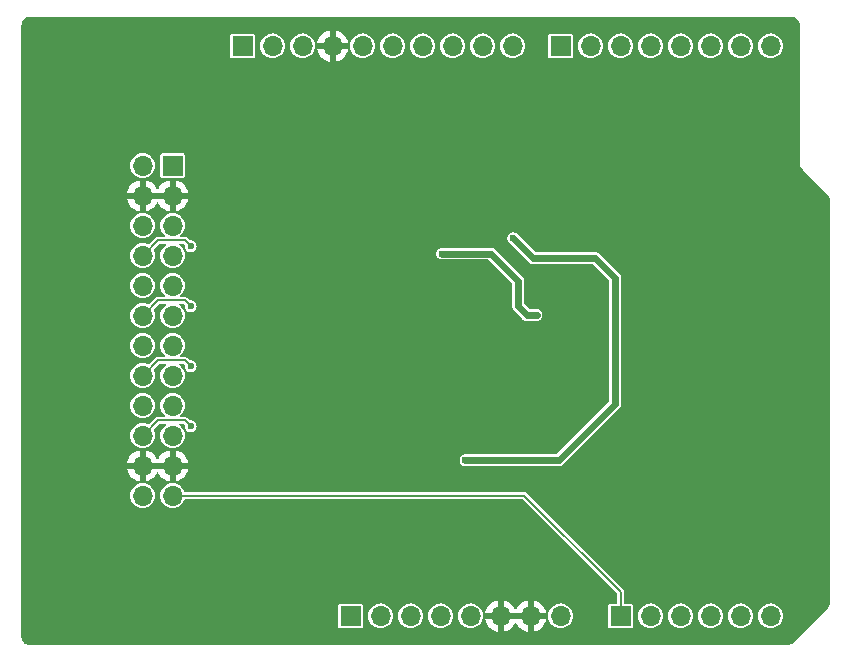
<source format=gbr>
%TF.GenerationSoftware,KiCad,Pcbnew,8.0.3-8.0.3-0~ubuntu23.10.1*%
%TF.CreationDate,2024-08-03T00:22:19-04:00*%
%TF.ProjectId,ADS131M08_Arduino,41445331-3331-44d3-9038-5f4172647569,rev?*%
%TF.SameCoordinates,Original*%
%TF.FileFunction,Copper,L4,Bot*%
%TF.FilePolarity,Positive*%
%FSLAX46Y46*%
G04 Gerber Fmt 4.6, Leading zero omitted, Abs format (unit mm)*
G04 Created by KiCad (PCBNEW 8.0.3-8.0.3-0~ubuntu23.10.1) date 2024-08-03 00:22:19*
%MOMM*%
%LPD*%
G01*
G04 APERTURE LIST*
%TA.AperFunction,ComponentPad*%
%ADD10R,1.700000X1.700000*%
%TD*%
%TA.AperFunction,ComponentPad*%
%ADD11O,1.700000X1.700000*%
%TD*%
%TA.AperFunction,ViaPad*%
%ADD12C,0.600000*%
%TD*%
%TA.AperFunction,Conductor*%
%ADD13C,0.600000*%
%TD*%
%TA.AperFunction,Conductor*%
%ADD14C,0.200000*%
%TD*%
G04 APERTURE END LIST*
D10*
%TO.P,J5,1,Pin_1*%
%TO.N,/SDA{slash}A4*%
X12875000Y40670000D03*
D11*
%TO.P,J5,2,Pin_2*%
%TO.N,/SCL{slash}A5*%
X10335000Y40670000D03*
%TO.P,J5,3,Pin_3*%
%TO.N,GND*%
X12875000Y38130000D03*
%TO.P,J5,4,Pin_4*%
X10335000Y38130000D03*
%TO.P,J5,5,Pin_5*%
%TO.N,/IN0+*%
X12875000Y35590000D03*
%TO.P,J5,6,Pin_6*%
%TO.N,/IN0-*%
X10335000Y35590000D03*
%TO.P,J5,7,Pin_7*%
%TO.N,/IN1-*%
X12875000Y33050000D03*
%TO.P,J5,8,Pin_8*%
%TO.N,/IN1+*%
X10335000Y33050000D03*
%TO.P,J5,9,Pin_9*%
%TO.N,/IN2+*%
X12875000Y30510000D03*
%TO.P,J5,10,Pin_10*%
%TO.N,/IN2-*%
X10335000Y30510000D03*
%TO.P,J5,11,Pin_11*%
%TO.N,/IN3-*%
X12875000Y27970000D03*
%TO.P,J5,12,Pin_12*%
%TO.N,/IN3+*%
X10335000Y27970000D03*
%TO.P,J5,13,Pin_13*%
%TO.N,/IN4+*%
X12875000Y25430000D03*
%TO.P,J5,14,Pin_14*%
%TO.N,/IN4-*%
X10335000Y25430000D03*
%TO.P,J5,15,Pin_15*%
%TO.N,/IN5-*%
X12875000Y22890000D03*
%TO.P,J5,16,Pin_16*%
%TO.N,/IN5+*%
X10335000Y22890000D03*
%TO.P,J5,17,Pin_17*%
%TO.N,/IN6+*%
X12875000Y20350000D03*
%TO.P,J5,18,Pin_18*%
%TO.N,/IN6-*%
X10335000Y20350000D03*
%TO.P,J5,19,Pin_19*%
%TO.N,/IN7-*%
X12875000Y17810000D03*
%TO.P,J5,20,Pin_20*%
%TO.N,/IN7+*%
X10335000Y17810000D03*
%TO.P,J5,21,Pin_21*%
%TO.N,GND*%
X12875000Y15270000D03*
%TO.P,J5,22,Pin_22*%
X10335000Y15270000D03*
%TO.P,J5,23,Pin_23*%
%TO.N,/A0*%
X12875000Y12730000D03*
%TO.P,J5,24,Pin_24*%
%TO.N,+5V*%
X10335000Y12730000D03*
%TD*%
D10*
%TO.P,J1,1,Pin_1*%
%TO.N,unconnected-(J1-Pin_1-Pad1)*%
X27940000Y2540000D03*
D11*
%TO.P,J1,2,Pin_2*%
%TO.N,/IOREF*%
X30480000Y2540000D03*
%TO.P,J1,3,Pin_3*%
%TO.N,/~{RESET}*%
X33020000Y2540000D03*
%TO.P,J1,4,Pin_4*%
%TO.N,+3V3*%
X35560000Y2540000D03*
%TO.P,J1,5,Pin_5*%
%TO.N,+5V*%
X38100000Y2540000D03*
%TO.P,J1,6,Pin_6*%
%TO.N,GND*%
X40640000Y2540000D03*
%TO.P,J1,7,Pin_7*%
X43180000Y2540000D03*
%TO.P,J1,8,Pin_8*%
%TO.N,VCC*%
X45720000Y2540000D03*
%TD*%
D10*
%TO.P,J3,1,Pin_1*%
%TO.N,/A0*%
X50800000Y2540000D03*
D11*
%TO.P,J3,2,Pin_2*%
%TO.N,/A1*%
X53340000Y2540000D03*
%TO.P,J3,3,Pin_3*%
%TO.N,/A2*%
X55880000Y2540000D03*
%TO.P,J3,4,Pin_4*%
%TO.N,/A3*%
X58420000Y2540000D03*
%TO.P,J3,5,Pin_5*%
%TO.N,unconnected-(J3-Pin_5-Pad5)*%
X60960000Y2540000D03*
%TO.P,J3,6,Pin_6*%
%TO.N,unconnected-(J3-Pin_6-Pad6)*%
X63500000Y2540000D03*
%TD*%
D10*
%TO.P,J2,1,Pin_1*%
%TO.N,/SCL{slash}A5*%
X18796000Y50800000D03*
D11*
%TO.P,J2,2,Pin_2*%
%TO.N,/SDA{slash}A4*%
X21336000Y50800000D03*
%TO.P,J2,3,Pin_3*%
%TO.N,/AREF*%
X23876000Y50800000D03*
%TO.P,J2,4,Pin_4*%
%TO.N,GND*%
X26416000Y50800000D03*
%TO.P,J2,5,Pin_5*%
%TO.N,/13*%
X28956000Y50800000D03*
%TO.P,J2,6,Pin_6*%
%TO.N,/12*%
X31496000Y50800000D03*
%TO.P,J2,7,Pin_7*%
%TO.N,/\u002A11*%
X34036000Y50800000D03*
%TO.P,J2,8,Pin_8*%
%TO.N,/\u002A10*%
X36576000Y50800000D03*
%TO.P,J2,9,Pin_9*%
%TO.N,/\u002A9*%
X39116000Y50800000D03*
%TO.P,J2,10,Pin_10*%
%TO.N,/8*%
X41656000Y50800000D03*
%TD*%
D10*
%TO.P,J4,1,Pin_1*%
%TO.N,/7*%
X45720000Y50800000D03*
D11*
%TO.P,J4,2,Pin_2*%
%TO.N,/\u002A6*%
X48260000Y50800000D03*
%TO.P,J4,3,Pin_3*%
%TO.N,/\u002A5*%
X50800000Y50800000D03*
%TO.P,J4,4,Pin_4*%
%TO.N,/4*%
X53340000Y50800000D03*
%TO.P,J4,5,Pin_5*%
%TO.N,/\u002A3*%
X55880000Y50800000D03*
%TO.P,J4,6,Pin_6*%
%TO.N,/2*%
X58420000Y50800000D03*
%TO.P,J4,7,Pin_7*%
%TO.N,/TX{slash}1*%
X60960000Y50800000D03*
%TO.P,J4,8,Pin_8*%
%TO.N,/RX{slash}0*%
X63500000Y50800000D03*
%TD*%
D12*
%TO.N,GND*%
X37870000Y45310000D03*
X37200000Y13600000D03*
X40290000Y29770000D03*
X38780000Y30040000D03*
X32820000Y47710000D03*
X34450000Y26670000D03*
X35120000Y35480000D03*
X34700000Y28700000D03*
X36650000Y32050000D03*
X41660000Y35490000D03*
X35190000Y20290000D03*
X39030000Y40830000D03*
X36200000Y28700000D03*
X37790000Y21890000D03*
X37220000Y20130000D03*
X40430000Y47680000D03*
X30270000Y47680000D03*
X30270000Y45280000D03*
X32640000Y45530000D03*
X32820000Y43080000D03*
X40300000Y45260000D03*
X34700000Y24600000D03*
X38050000Y42430000D03*
X43690000Y28980000D03*
X38000000Y47780000D03*
X40450000Y42530000D03*
X11770000Y43400000D03*
X35400000Y45380000D03*
X35470000Y42500000D03*
X35450000Y47760000D03*
%TO.N,+5V*%
X37670000Y15730000D03*
X41710000Y34520000D03*
%TO.N,+3.3V*%
X43690000Y28020000D03*
X35700000Y33220000D03*
%TO.N,/IN1+*%
X14400000Y33840000D03*
%TO.N,/IN5+*%
X14400000Y23680000D03*
%TO.N,/IN7+*%
X14400000Y18600000D03*
%TO.N,/IN3+*%
X14400000Y28760000D03*
%TD*%
D13*
%TO.N,+5V*%
X48670000Y32830000D02*
X50340000Y31160000D01*
X45550000Y15730000D02*
X37670000Y15730000D01*
X41710000Y34520000D02*
X43400000Y32830000D01*
X50340000Y31160000D02*
X50340000Y29280000D01*
X43400000Y32830000D02*
X48670000Y32830000D01*
X46740000Y16920000D02*
X45550000Y15730000D01*
X50340000Y29280000D02*
X50340000Y20520000D01*
X50340000Y20520000D02*
X46740000Y16920000D01*
D14*
%TO.N,/A0*%
X42660000Y12730000D02*
X50800000Y4590000D01*
X50800000Y4590000D02*
X50800000Y2540000D01*
X12875000Y12730000D02*
X42660000Y12730000D01*
D13*
%TO.N,+3.3V*%
X42150000Y28740000D02*
X42150000Y30890000D01*
X39820000Y33220000D02*
X35700000Y33220000D01*
X42150000Y30890000D02*
X39820000Y33220000D01*
X42870000Y28020000D02*
X42150000Y28740000D01*
X43690000Y28020000D02*
X42870000Y28020000D01*
D14*
%TO.N,/IN1+*%
X11625000Y34340000D02*
X10335000Y33050000D01*
X13900000Y34340000D02*
X11625000Y34340000D01*
X14400000Y33840000D02*
X13900000Y34340000D01*
%TO.N,/IN5+*%
X13900000Y24180000D02*
X11625000Y24180000D01*
X11625000Y24180000D02*
X10335000Y22890000D01*
X14400000Y23680000D02*
X13900000Y24180000D01*
%TO.N,/IN7+*%
X13900000Y19100000D02*
X11625000Y19100000D01*
X11625000Y19100000D02*
X10335000Y17810000D01*
X14400000Y18600000D02*
X13900000Y19100000D01*
%TO.N,/IN3+*%
X13900000Y29260000D02*
X11625000Y29260000D01*
X11625000Y29260000D02*
X10335000Y27970000D01*
X14400000Y28760000D02*
X13900000Y29260000D01*
%TD*%
%TA.AperFunction,Conductor*%
%TO.N,GND*%
G36*
X42714075Y2732993D02*
G01*
X42680000Y2605826D01*
X42680000Y2474174D01*
X42714075Y2347007D01*
X42746988Y2290000D01*
X41073012Y2290000D01*
X41105925Y2347007D01*
X41140000Y2474174D01*
X41140000Y2605826D01*
X41105925Y2732993D01*
X41073012Y2790000D01*
X42746988Y2790000D01*
X42714075Y2732993D01*
G37*
%TD.AperFunction*%
%TA.AperFunction,Conductor*%
G36*
X12409075Y15462993D02*
G01*
X12375000Y15335826D01*
X12375000Y15204174D01*
X12409075Y15077007D01*
X12441988Y15020000D01*
X10768012Y15020000D01*
X10800925Y15077007D01*
X10835000Y15204174D01*
X10835000Y15335826D01*
X10800925Y15462993D01*
X10768012Y15520000D01*
X12441988Y15520000D01*
X12409075Y15462993D01*
G37*
%TD.AperFunction*%
%TA.AperFunction,Conductor*%
G36*
X12409075Y38322993D02*
G01*
X12375000Y38195826D01*
X12375000Y38064174D01*
X12409075Y37937007D01*
X12441988Y37880000D01*
X10768012Y37880000D01*
X10800925Y37937007D01*
X10835000Y38064174D01*
X10835000Y38195826D01*
X10800925Y38322993D01*
X10768012Y38380000D01*
X12441988Y38380000D01*
X12409075Y38322993D01*
G37*
%TD.AperFunction*%
%TA.AperFunction,Conductor*%
G36*
X65281056Y53264199D02*
G01*
X65405806Y53251913D01*
X65417814Y53249524D01*
X65534828Y53214028D01*
X65546138Y53209343D01*
X65653968Y53151707D01*
X65664156Y53144900D01*
X65758670Y53067334D01*
X65767333Y53058671D01*
X65844899Y52964157D01*
X65851706Y52953969D01*
X65909340Y52846143D01*
X65914029Y52834824D01*
X65949522Y52717820D01*
X65951912Y52705803D01*
X65964199Y52581057D01*
X65964500Y52574931D01*
X65964500Y40934595D01*
X65964520Y40934385D01*
X65964519Y40889727D01*
X65964519Y40889719D01*
X65985136Y40759518D01*
X66014219Y40670000D01*
X66025867Y40634146D01*
X66085710Y40516688D01*
X66163191Y40410038D01*
X66209797Y40363430D01*
X66209798Y40363429D01*
X66235929Y40337296D01*
X66235935Y40337292D01*
X68301251Y38271976D01*
X68305372Y38267430D01*
X68384895Y38170524D01*
X68391701Y38160336D01*
X68449330Y38052510D01*
X68454018Y38041191D01*
X68489506Y37924191D01*
X68491896Y37912173D01*
X68504198Y37787207D01*
X68504499Y37781082D01*
X68504498Y37747416D01*
X68504500Y37747407D01*
X68504500Y3649439D01*
X68504499Y3649429D01*
X68504499Y3620695D01*
X68504198Y3614571D01*
X68491916Y3489830D01*
X68489526Y3477811D01*
X68454033Y3360806D01*
X68449343Y3349485D01*
X68391710Y3241667D01*
X68384902Y3231479D01*
X68305321Y3134520D01*
X68301203Y3129976D01*
X68286085Y3114859D01*
X65450544Y279317D01*
X65450505Y279278D01*
X65449937Y278711D01*
X65445430Y274629D01*
X65348526Y195108D01*
X65338339Y188302D01*
X65230509Y130669D01*
X65219189Y125981D01*
X65102191Y90494D01*
X65090173Y88104D01*
X64965206Y75802D01*
X64959081Y75501D01*
X64925416Y75502D01*
X64925406Y75500D01*
X765070Y75500D01*
X758944Y75801D01*
X634197Y88088D01*
X622180Y90478D01*
X505176Y125971D01*
X493857Y130660D01*
X386031Y188294D01*
X375843Y195101D01*
X281329Y272667D01*
X272666Y281330D01*
X195100Y375844D01*
X188293Y386032D01*
X130659Y493858D01*
X125972Y505172D01*
X90476Y622186D01*
X88087Y634198D01*
X75801Y758944D01*
X75500Y765070D01*
X75500Y3409749D01*
X26889500Y3409749D01*
X26889500Y1670252D01*
X26901132Y1611770D01*
X26901133Y1611768D01*
X26945447Y1545448D01*
X27011767Y1501134D01*
X27011769Y1501133D01*
X27070252Y1489500D01*
X28809748Y1489500D01*
X28868231Y1501133D01*
X28934552Y1545448D01*
X28978867Y1611769D01*
X28990500Y1670252D01*
X28990500Y2540001D01*
X29424417Y2540001D01*
X29424417Y2540000D01*
X29444699Y2334070D01*
X29444700Y2334065D01*
X29504766Y2136051D01*
X29504768Y2136046D01*
X29602311Y1953556D01*
X29602313Y1953552D01*
X29602315Y1953550D01*
X29733590Y1793590D01*
X29893550Y1662315D01*
X29893553Y1662314D01*
X29893555Y1662312D01*
X29968912Y1622033D01*
X30076046Y1564768D01*
X30274066Y1504700D01*
X30480000Y1484417D01*
X30685934Y1504700D01*
X30883954Y1564768D01*
X31066450Y1662315D01*
X31226410Y1793590D01*
X31357685Y1953550D01*
X31455232Y2136046D01*
X31515300Y2334066D01*
X31535583Y2540000D01*
X31535583Y2540001D01*
X31964417Y2540001D01*
X31964417Y2540000D01*
X31984699Y2334070D01*
X31984700Y2334065D01*
X32044766Y2136051D01*
X32044768Y2136046D01*
X32142311Y1953556D01*
X32142313Y1953552D01*
X32142315Y1953550D01*
X32273590Y1793590D01*
X32433550Y1662315D01*
X32433553Y1662314D01*
X32433555Y1662312D01*
X32508912Y1622033D01*
X32616046Y1564768D01*
X32814066Y1504700D01*
X33020000Y1484417D01*
X33225934Y1504700D01*
X33423954Y1564768D01*
X33606450Y1662315D01*
X33766410Y1793590D01*
X33897685Y1953550D01*
X33995232Y2136046D01*
X34055300Y2334066D01*
X34075583Y2540000D01*
X34075583Y2540001D01*
X34504417Y2540001D01*
X34504417Y2540000D01*
X34524699Y2334070D01*
X34524700Y2334065D01*
X34584766Y2136051D01*
X34584768Y2136046D01*
X34682311Y1953556D01*
X34682313Y1953552D01*
X34682315Y1953550D01*
X34813590Y1793590D01*
X34973550Y1662315D01*
X34973553Y1662314D01*
X34973555Y1662312D01*
X35048912Y1622033D01*
X35156046Y1564768D01*
X35354066Y1504700D01*
X35560000Y1484417D01*
X35765934Y1504700D01*
X35963954Y1564768D01*
X36146450Y1662315D01*
X36306410Y1793590D01*
X36437685Y1953550D01*
X36535232Y2136046D01*
X36595300Y2334066D01*
X36615583Y2540000D01*
X36615583Y2540001D01*
X37044417Y2540001D01*
X37044417Y2540000D01*
X37064699Y2334070D01*
X37064700Y2334065D01*
X37124766Y2136051D01*
X37124768Y2136046D01*
X37222311Y1953556D01*
X37222313Y1953552D01*
X37222315Y1953550D01*
X37353590Y1793590D01*
X37513550Y1662315D01*
X37513553Y1662314D01*
X37513555Y1662312D01*
X37588912Y1622033D01*
X37696046Y1564768D01*
X37894066Y1504700D01*
X38100000Y1484417D01*
X38305934Y1504700D01*
X38503954Y1564768D01*
X38686450Y1662315D01*
X38846410Y1793590D01*
X38977685Y1953550D01*
X39075232Y2136046D01*
X39135300Y2334066D01*
X39155583Y2540000D01*
X39135300Y2745934D01*
X39121932Y2790002D01*
X39309363Y2790002D01*
X39309364Y2790000D01*
X40206988Y2790000D01*
X40174075Y2732993D01*
X40140000Y2605826D01*
X40140000Y2474174D01*
X40174075Y2347007D01*
X40206988Y2290000D01*
X39309364Y2290000D01*
X39309363Y2289999D01*
X39366567Y2076513D01*
X39366568Y2076511D01*
X39466398Y1862425D01*
X39601892Y1668919D01*
X39768918Y1501893D01*
X39962426Y1366397D01*
X40176503Y1266572D01*
X40176519Y1266566D01*
X40389998Y1209365D01*
X40390000Y1209366D01*
X40390000Y2106988D01*
X40447007Y2074075D01*
X40574174Y2040000D01*
X40705826Y2040000D01*
X40832993Y2074075D01*
X40890000Y2106988D01*
X40890000Y1209366D01*
X40890001Y1209365D01*
X41103480Y1266566D01*
X41103496Y1266572D01*
X41317573Y1366397D01*
X41511081Y1501893D01*
X41678107Y1668919D01*
X41813603Y1862427D01*
X41853356Y1947678D01*
X41888623Y1979996D01*
X41936413Y1977909D01*
X41966644Y1947678D01*
X42006396Y1862427D01*
X42141892Y1668919D01*
X42308918Y1501893D01*
X42502426Y1366397D01*
X42716503Y1266572D01*
X42716519Y1266566D01*
X42929998Y1209365D01*
X42930000Y1209366D01*
X42930000Y2106988D01*
X42987007Y2074075D01*
X43114174Y2040000D01*
X43245826Y2040000D01*
X43372993Y2074075D01*
X43430000Y2106988D01*
X43430000Y1209366D01*
X43430001Y1209365D01*
X43643480Y1266566D01*
X43643496Y1266572D01*
X43857573Y1366397D01*
X44051081Y1501893D01*
X44218107Y1668919D01*
X44353601Y1862425D01*
X44453431Y2076511D01*
X44453432Y2076513D01*
X44510636Y2289999D01*
X44510636Y2290000D01*
X43613012Y2290000D01*
X43645925Y2347007D01*
X43680000Y2474174D01*
X43680000Y2540001D01*
X44664417Y2540001D01*
X44664417Y2540000D01*
X44684699Y2334070D01*
X44684700Y2334065D01*
X44744766Y2136051D01*
X44744768Y2136046D01*
X44842311Y1953556D01*
X44842313Y1953552D01*
X44842315Y1953550D01*
X44973590Y1793590D01*
X45133550Y1662315D01*
X45133553Y1662314D01*
X45133555Y1662312D01*
X45208912Y1622033D01*
X45316046Y1564768D01*
X45514066Y1504700D01*
X45720000Y1484417D01*
X45925934Y1504700D01*
X46123954Y1564768D01*
X46306450Y1662315D01*
X46466410Y1793590D01*
X46597685Y1953550D01*
X46695232Y2136046D01*
X46755300Y2334066D01*
X46775583Y2540000D01*
X46755300Y2745934D01*
X46695232Y2943954D01*
X46597685Y3126450D01*
X46522899Y3217578D01*
X46466411Y3286409D01*
X46466408Y3286412D01*
X46306455Y3417681D01*
X46306453Y3417682D01*
X46306450Y3417685D01*
X46306448Y3417687D01*
X46306444Y3417689D01*
X46123954Y3515232D01*
X46123949Y3515234D01*
X45925935Y3575300D01*
X45925930Y3575301D01*
X45720000Y3595583D01*
X45514069Y3575301D01*
X45514064Y3575300D01*
X45316050Y3515234D01*
X45316045Y3515232D01*
X45133555Y3417689D01*
X45133544Y3417681D01*
X44973591Y3286412D01*
X44973588Y3286409D01*
X44842319Y3126456D01*
X44842311Y3126445D01*
X44744768Y2943955D01*
X44744766Y2943950D01*
X44684700Y2745936D01*
X44684699Y2745931D01*
X44664417Y2540001D01*
X43680000Y2540001D01*
X43680000Y2605826D01*
X43645925Y2732993D01*
X43613012Y2790000D01*
X44510636Y2790000D01*
X44510636Y2790002D01*
X44453432Y3003488D01*
X44453431Y3003490D01*
X44353600Y3217578D01*
X44218109Y3411080D01*
X44051081Y3578108D01*
X43857575Y3713602D01*
X43643489Y3813432D01*
X43643487Y3813433D01*
X43430001Y3870637D01*
X43430000Y3870636D01*
X43430000Y2973012D01*
X43372993Y3005925D01*
X43245826Y3040000D01*
X43114174Y3040000D01*
X42987007Y3005925D01*
X42930000Y2973012D01*
X42930000Y3870636D01*
X42929998Y3870637D01*
X42716512Y3813433D01*
X42716510Y3813432D01*
X42502422Y3713601D01*
X42308920Y3578110D01*
X42141890Y3411080D01*
X42006399Y3217578D01*
X41966644Y3132322D01*
X41931376Y3100005D01*
X41883586Y3102092D01*
X41853356Y3132322D01*
X41813600Y3217578D01*
X41678109Y3411080D01*
X41511081Y3578108D01*
X41317575Y3713602D01*
X41103489Y3813432D01*
X41103487Y3813433D01*
X40890001Y3870637D01*
X40890000Y3870636D01*
X40890000Y2973012D01*
X40832993Y3005925D01*
X40705826Y3040000D01*
X40574174Y3040000D01*
X40447007Y3005925D01*
X40390000Y2973012D01*
X40390000Y3870636D01*
X40389998Y3870637D01*
X40176512Y3813433D01*
X40176510Y3813432D01*
X39962422Y3713601D01*
X39768920Y3578110D01*
X39601890Y3411080D01*
X39466399Y3217578D01*
X39366568Y3003490D01*
X39366567Y3003488D01*
X39309363Y2790002D01*
X39121932Y2790002D01*
X39075232Y2943954D01*
X38977685Y3126450D01*
X38902899Y3217578D01*
X38846411Y3286409D01*
X38846408Y3286412D01*
X38686455Y3417681D01*
X38686453Y3417682D01*
X38686450Y3417685D01*
X38686448Y3417687D01*
X38686444Y3417689D01*
X38503954Y3515232D01*
X38503949Y3515234D01*
X38305935Y3575300D01*
X38305930Y3575301D01*
X38100000Y3595583D01*
X37894069Y3575301D01*
X37894064Y3575300D01*
X37696050Y3515234D01*
X37696045Y3515232D01*
X37513555Y3417689D01*
X37513544Y3417681D01*
X37353591Y3286412D01*
X37353588Y3286409D01*
X37222319Y3126456D01*
X37222311Y3126445D01*
X37124768Y2943955D01*
X37124766Y2943950D01*
X37064700Y2745936D01*
X37064699Y2745931D01*
X37044417Y2540001D01*
X36615583Y2540001D01*
X36595300Y2745934D01*
X36535232Y2943954D01*
X36437685Y3126450D01*
X36362899Y3217578D01*
X36306411Y3286409D01*
X36306408Y3286412D01*
X36146455Y3417681D01*
X36146453Y3417682D01*
X36146450Y3417685D01*
X36146448Y3417687D01*
X36146444Y3417689D01*
X35963954Y3515232D01*
X35963949Y3515234D01*
X35765935Y3575300D01*
X35765930Y3575301D01*
X35560000Y3595583D01*
X35354069Y3575301D01*
X35354064Y3575300D01*
X35156050Y3515234D01*
X35156045Y3515232D01*
X34973555Y3417689D01*
X34973544Y3417681D01*
X34813591Y3286412D01*
X34813588Y3286409D01*
X34682319Y3126456D01*
X34682311Y3126445D01*
X34584768Y2943955D01*
X34584766Y2943950D01*
X34524700Y2745936D01*
X34524699Y2745931D01*
X34504417Y2540001D01*
X34075583Y2540001D01*
X34055300Y2745934D01*
X33995232Y2943954D01*
X33897685Y3126450D01*
X33822899Y3217578D01*
X33766411Y3286409D01*
X33766408Y3286412D01*
X33606455Y3417681D01*
X33606453Y3417682D01*
X33606450Y3417685D01*
X33606448Y3417687D01*
X33606444Y3417689D01*
X33423954Y3515232D01*
X33423949Y3515234D01*
X33225935Y3575300D01*
X33225930Y3575301D01*
X33020000Y3595583D01*
X32814069Y3575301D01*
X32814064Y3575300D01*
X32616050Y3515234D01*
X32616045Y3515232D01*
X32433555Y3417689D01*
X32433544Y3417681D01*
X32273591Y3286412D01*
X32273588Y3286409D01*
X32142319Y3126456D01*
X32142311Y3126445D01*
X32044768Y2943955D01*
X32044766Y2943950D01*
X31984700Y2745936D01*
X31984699Y2745931D01*
X31964417Y2540001D01*
X31535583Y2540001D01*
X31515300Y2745934D01*
X31455232Y2943954D01*
X31357685Y3126450D01*
X31282899Y3217578D01*
X31226411Y3286409D01*
X31226408Y3286412D01*
X31066455Y3417681D01*
X31066453Y3417682D01*
X31066450Y3417685D01*
X31066448Y3417687D01*
X31066444Y3417689D01*
X30883954Y3515232D01*
X30883949Y3515234D01*
X30685935Y3575300D01*
X30685930Y3575301D01*
X30480000Y3595583D01*
X30274069Y3575301D01*
X30274064Y3575300D01*
X30076050Y3515234D01*
X30076045Y3515232D01*
X29893555Y3417689D01*
X29893544Y3417681D01*
X29733591Y3286412D01*
X29733588Y3286409D01*
X29602319Y3126456D01*
X29602311Y3126445D01*
X29504768Y2943955D01*
X29504766Y2943950D01*
X29444700Y2745936D01*
X29444699Y2745931D01*
X29424417Y2540001D01*
X28990500Y2540001D01*
X28990500Y3409748D01*
X28978867Y3468231D01*
X28964435Y3489830D01*
X28934552Y3534553D01*
X28868232Y3578867D01*
X28868230Y3578868D01*
X28809748Y3590500D01*
X27070252Y3590500D01*
X27011769Y3578868D01*
X27011767Y3578867D01*
X26945447Y3534553D01*
X26901133Y3468233D01*
X26901132Y3468231D01*
X26889500Y3409749D01*
X75500Y3409749D01*
X75500Y12730001D01*
X9279417Y12730001D01*
X9279417Y12730000D01*
X9299699Y12524070D01*
X9299700Y12524065D01*
X9359766Y12326051D01*
X9359768Y12326046D01*
X9457311Y12143556D01*
X9457313Y12143552D01*
X9457315Y12143550D01*
X9588590Y11983590D01*
X9748550Y11852315D01*
X9748553Y11852314D01*
X9748555Y11852312D01*
X9823912Y11812033D01*
X9931046Y11754768D01*
X10129066Y11694700D01*
X10335000Y11674417D01*
X10540934Y11694700D01*
X10738954Y11754768D01*
X10921450Y11852315D01*
X11081410Y11983590D01*
X11212685Y12143550D01*
X11310232Y12326046D01*
X11370300Y12524066D01*
X11390583Y12730000D01*
X11390583Y12730001D01*
X11819417Y12730001D01*
X11819417Y12730000D01*
X11839699Y12524070D01*
X11839700Y12524065D01*
X11899766Y12326051D01*
X11899768Y12326046D01*
X11997311Y12143556D01*
X11997313Y12143552D01*
X11997315Y12143550D01*
X12128590Y11983590D01*
X12288550Y11852315D01*
X12288553Y11852314D01*
X12288555Y11852312D01*
X12363912Y11812033D01*
X12471046Y11754768D01*
X12669066Y11694700D01*
X12875000Y11674417D01*
X13080934Y11694700D01*
X13278954Y11754768D01*
X13461450Y11852315D01*
X13621410Y11983590D01*
X13752685Y12143550D01*
X13850232Y12326046D01*
X13868159Y12385143D01*
X13898506Y12422120D01*
X13927968Y12429500D01*
X42509641Y12429500D01*
X42553835Y12411194D01*
X50481194Y4483835D01*
X50499500Y4439641D01*
X50499500Y3653000D01*
X50481194Y3608806D01*
X50437000Y3590500D01*
X49930252Y3590500D01*
X49871769Y3578868D01*
X49871767Y3578867D01*
X49805447Y3534553D01*
X49761133Y3468233D01*
X49761132Y3468231D01*
X49749500Y3409749D01*
X49749500Y1670252D01*
X49761132Y1611770D01*
X49761133Y1611768D01*
X49805447Y1545448D01*
X49871767Y1501134D01*
X49871769Y1501133D01*
X49930252Y1489500D01*
X51669748Y1489500D01*
X51728231Y1501133D01*
X51794552Y1545448D01*
X51838867Y1611769D01*
X51850500Y1670252D01*
X51850500Y2540001D01*
X52284417Y2540001D01*
X52284417Y2540000D01*
X52304699Y2334070D01*
X52304700Y2334065D01*
X52364766Y2136051D01*
X52364768Y2136046D01*
X52462311Y1953556D01*
X52462313Y1953552D01*
X52462315Y1953550D01*
X52593590Y1793590D01*
X52753550Y1662315D01*
X52753553Y1662314D01*
X52753555Y1662312D01*
X52828912Y1622033D01*
X52936046Y1564768D01*
X53134066Y1504700D01*
X53340000Y1484417D01*
X53545934Y1504700D01*
X53743954Y1564768D01*
X53926450Y1662315D01*
X54086410Y1793590D01*
X54217685Y1953550D01*
X54315232Y2136046D01*
X54375300Y2334066D01*
X54395583Y2540000D01*
X54395583Y2540001D01*
X54824417Y2540001D01*
X54824417Y2540000D01*
X54844699Y2334070D01*
X54844700Y2334065D01*
X54904766Y2136051D01*
X54904768Y2136046D01*
X55002311Y1953556D01*
X55002313Y1953552D01*
X55002315Y1953550D01*
X55133590Y1793590D01*
X55293550Y1662315D01*
X55293553Y1662314D01*
X55293555Y1662312D01*
X55368912Y1622033D01*
X55476046Y1564768D01*
X55674066Y1504700D01*
X55880000Y1484417D01*
X56085934Y1504700D01*
X56283954Y1564768D01*
X56466450Y1662315D01*
X56626410Y1793590D01*
X56757685Y1953550D01*
X56855232Y2136046D01*
X56915300Y2334066D01*
X56935583Y2540000D01*
X56935583Y2540001D01*
X57364417Y2540001D01*
X57364417Y2540000D01*
X57384699Y2334070D01*
X57384700Y2334065D01*
X57444766Y2136051D01*
X57444768Y2136046D01*
X57542311Y1953556D01*
X57542313Y1953552D01*
X57542315Y1953550D01*
X57673590Y1793590D01*
X57833550Y1662315D01*
X57833553Y1662314D01*
X57833555Y1662312D01*
X57908912Y1622033D01*
X58016046Y1564768D01*
X58214066Y1504700D01*
X58420000Y1484417D01*
X58625934Y1504700D01*
X58823954Y1564768D01*
X59006450Y1662315D01*
X59166410Y1793590D01*
X59297685Y1953550D01*
X59395232Y2136046D01*
X59455300Y2334066D01*
X59475583Y2540000D01*
X59475583Y2540001D01*
X59904417Y2540001D01*
X59904417Y2540000D01*
X59924699Y2334070D01*
X59924700Y2334065D01*
X59984766Y2136051D01*
X59984768Y2136046D01*
X60082311Y1953556D01*
X60082313Y1953552D01*
X60082315Y1953550D01*
X60213590Y1793590D01*
X60373550Y1662315D01*
X60373553Y1662314D01*
X60373555Y1662312D01*
X60448912Y1622033D01*
X60556046Y1564768D01*
X60754066Y1504700D01*
X60960000Y1484417D01*
X61165934Y1504700D01*
X61363954Y1564768D01*
X61546450Y1662315D01*
X61706410Y1793590D01*
X61837685Y1953550D01*
X61935232Y2136046D01*
X61995300Y2334066D01*
X62015583Y2540000D01*
X62015583Y2540001D01*
X62444417Y2540001D01*
X62444417Y2540000D01*
X62464699Y2334070D01*
X62464700Y2334065D01*
X62524766Y2136051D01*
X62524768Y2136046D01*
X62622311Y1953556D01*
X62622313Y1953552D01*
X62622315Y1953550D01*
X62753590Y1793590D01*
X62913550Y1662315D01*
X62913553Y1662314D01*
X62913555Y1662312D01*
X62988912Y1622033D01*
X63096046Y1564768D01*
X63294066Y1504700D01*
X63500000Y1484417D01*
X63705934Y1504700D01*
X63903954Y1564768D01*
X64086450Y1662315D01*
X64246410Y1793590D01*
X64377685Y1953550D01*
X64475232Y2136046D01*
X64535300Y2334066D01*
X64555583Y2540000D01*
X64535300Y2745934D01*
X64475232Y2943954D01*
X64377685Y3126450D01*
X64302899Y3217578D01*
X64246411Y3286409D01*
X64246408Y3286412D01*
X64086455Y3417681D01*
X64086453Y3417682D01*
X64086450Y3417685D01*
X64086448Y3417687D01*
X64086444Y3417689D01*
X63903954Y3515232D01*
X63903949Y3515234D01*
X63705935Y3575300D01*
X63705930Y3575301D01*
X63500000Y3595583D01*
X63294069Y3575301D01*
X63294064Y3575300D01*
X63096050Y3515234D01*
X63096045Y3515232D01*
X62913555Y3417689D01*
X62913544Y3417681D01*
X62753591Y3286412D01*
X62753588Y3286409D01*
X62622319Y3126456D01*
X62622311Y3126445D01*
X62524768Y2943955D01*
X62524766Y2943950D01*
X62464700Y2745936D01*
X62464699Y2745931D01*
X62444417Y2540001D01*
X62015583Y2540001D01*
X61995300Y2745934D01*
X61935232Y2943954D01*
X61837685Y3126450D01*
X61762899Y3217578D01*
X61706411Y3286409D01*
X61706408Y3286412D01*
X61546455Y3417681D01*
X61546453Y3417682D01*
X61546450Y3417685D01*
X61546448Y3417687D01*
X61546444Y3417689D01*
X61363954Y3515232D01*
X61363949Y3515234D01*
X61165935Y3575300D01*
X61165930Y3575301D01*
X60960000Y3595583D01*
X60754069Y3575301D01*
X60754064Y3575300D01*
X60556050Y3515234D01*
X60556045Y3515232D01*
X60373555Y3417689D01*
X60373544Y3417681D01*
X60213591Y3286412D01*
X60213588Y3286409D01*
X60082319Y3126456D01*
X60082311Y3126445D01*
X59984768Y2943955D01*
X59984766Y2943950D01*
X59924700Y2745936D01*
X59924699Y2745931D01*
X59904417Y2540001D01*
X59475583Y2540001D01*
X59455300Y2745934D01*
X59395232Y2943954D01*
X59297685Y3126450D01*
X59222899Y3217578D01*
X59166411Y3286409D01*
X59166408Y3286412D01*
X59006455Y3417681D01*
X59006453Y3417682D01*
X59006450Y3417685D01*
X59006448Y3417687D01*
X59006444Y3417689D01*
X58823954Y3515232D01*
X58823949Y3515234D01*
X58625935Y3575300D01*
X58625930Y3575301D01*
X58420000Y3595583D01*
X58214069Y3575301D01*
X58214064Y3575300D01*
X58016050Y3515234D01*
X58016045Y3515232D01*
X57833555Y3417689D01*
X57833544Y3417681D01*
X57673591Y3286412D01*
X57673588Y3286409D01*
X57542319Y3126456D01*
X57542311Y3126445D01*
X57444768Y2943955D01*
X57444766Y2943950D01*
X57384700Y2745936D01*
X57384699Y2745931D01*
X57364417Y2540001D01*
X56935583Y2540001D01*
X56915300Y2745934D01*
X56855232Y2943954D01*
X56757685Y3126450D01*
X56682899Y3217578D01*
X56626411Y3286409D01*
X56626408Y3286412D01*
X56466455Y3417681D01*
X56466453Y3417682D01*
X56466450Y3417685D01*
X56466448Y3417687D01*
X56466444Y3417689D01*
X56283954Y3515232D01*
X56283949Y3515234D01*
X56085935Y3575300D01*
X56085930Y3575301D01*
X55880000Y3595583D01*
X55674069Y3575301D01*
X55674064Y3575300D01*
X55476050Y3515234D01*
X55476045Y3515232D01*
X55293555Y3417689D01*
X55293544Y3417681D01*
X55133591Y3286412D01*
X55133588Y3286409D01*
X55002319Y3126456D01*
X55002311Y3126445D01*
X54904768Y2943955D01*
X54904766Y2943950D01*
X54844700Y2745936D01*
X54844699Y2745931D01*
X54824417Y2540001D01*
X54395583Y2540001D01*
X54375300Y2745934D01*
X54315232Y2943954D01*
X54217685Y3126450D01*
X54142899Y3217578D01*
X54086411Y3286409D01*
X54086408Y3286412D01*
X53926455Y3417681D01*
X53926453Y3417682D01*
X53926450Y3417685D01*
X53926448Y3417687D01*
X53926444Y3417689D01*
X53743954Y3515232D01*
X53743949Y3515234D01*
X53545935Y3575300D01*
X53545930Y3575301D01*
X53340000Y3595583D01*
X53134069Y3575301D01*
X53134064Y3575300D01*
X52936050Y3515234D01*
X52936045Y3515232D01*
X52753555Y3417689D01*
X52753544Y3417681D01*
X52593591Y3286412D01*
X52593588Y3286409D01*
X52462319Y3126456D01*
X52462311Y3126445D01*
X52364768Y2943955D01*
X52364766Y2943950D01*
X52304700Y2745936D01*
X52304699Y2745931D01*
X52284417Y2540001D01*
X51850500Y2540001D01*
X51850500Y3409748D01*
X51838867Y3468231D01*
X51824435Y3489830D01*
X51794552Y3534553D01*
X51728232Y3578867D01*
X51728230Y3578868D01*
X51669748Y3590500D01*
X51163000Y3590500D01*
X51118806Y3608806D01*
X51100500Y3653000D01*
X51100500Y4629562D01*
X51100499Y4629568D01*
X51089616Y4670178D01*
X51080021Y4705989D01*
X51040460Y4774511D01*
X50984511Y4830460D01*
X42844516Y12970456D01*
X42844512Y12970459D01*
X42844511Y12970460D01*
X42775989Y13010021D01*
X42775988Y13010022D01*
X42775987Y13010022D01*
X42699567Y13030500D01*
X42699562Y13030500D01*
X13927968Y13030500D01*
X13883774Y13048806D01*
X13868159Y13074857D01*
X13850232Y13133953D01*
X13850231Y13133955D01*
X13752688Y13316445D01*
X13752686Y13316447D01*
X13752685Y13316450D01*
X13621410Y13476410D01*
X13461450Y13607685D01*
X13461448Y13607687D01*
X13461444Y13607689D01*
X13278954Y13705232D01*
X13278949Y13705234D01*
X13080935Y13765300D01*
X13080930Y13765301D01*
X12875000Y13785583D01*
X12669069Y13765301D01*
X12669064Y13765300D01*
X12471050Y13705234D01*
X12471045Y13705232D01*
X12288555Y13607689D01*
X12288544Y13607681D01*
X12128591Y13476412D01*
X12128588Y13476409D01*
X11997319Y13316456D01*
X11997311Y13316445D01*
X11899768Y13133955D01*
X11899766Y13133950D01*
X11839700Y12935936D01*
X11839699Y12935931D01*
X11819417Y12730001D01*
X11390583Y12730001D01*
X11370300Y12935934D01*
X11310232Y13133954D01*
X11212685Y13316450D01*
X11081410Y13476410D01*
X10921450Y13607685D01*
X10921448Y13607687D01*
X10921444Y13607689D01*
X10738954Y13705232D01*
X10738949Y13705234D01*
X10540935Y13765300D01*
X10540930Y13765301D01*
X10335000Y13785583D01*
X10129069Y13765301D01*
X10129064Y13765300D01*
X9931050Y13705234D01*
X9931045Y13705232D01*
X9748555Y13607689D01*
X9748544Y13607681D01*
X9588591Y13476412D01*
X9588588Y13476409D01*
X9457319Y13316456D01*
X9457311Y13316445D01*
X9359768Y13133955D01*
X9359766Y13133950D01*
X9299700Y12935936D01*
X9299699Y12935931D01*
X9279417Y12730001D01*
X75500Y12730001D01*
X75500Y15520002D01*
X9004363Y15520002D01*
X9004364Y15520000D01*
X9901988Y15520000D01*
X9869075Y15462993D01*
X9835000Y15335826D01*
X9835000Y15204174D01*
X9869075Y15077007D01*
X9901988Y15020000D01*
X9004364Y15020000D01*
X9004363Y15019999D01*
X9061567Y14806513D01*
X9061568Y14806511D01*
X9161398Y14592425D01*
X9296892Y14398919D01*
X9463918Y14231893D01*
X9657426Y14096397D01*
X9871503Y13996572D01*
X9871519Y13996566D01*
X10084998Y13939365D01*
X10085000Y13939366D01*
X10085000Y14836988D01*
X10142007Y14804075D01*
X10269174Y14770000D01*
X10400826Y14770000D01*
X10527993Y14804075D01*
X10585000Y14836988D01*
X10585000Y13939366D01*
X10585001Y13939365D01*
X10798480Y13996566D01*
X10798496Y13996572D01*
X11012573Y14096397D01*
X11206081Y14231893D01*
X11373107Y14398919D01*
X11508603Y14592427D01*
X11548356Y14677678D01*
X11583623Y14709996D01*
X11631413Y14707909D01*
X11661644Y14677678D01*
X11701396Y14592427D01*
X11836892Y14398919D01*
X12003918Y14231893D01*
X12197426Y14096397D01*
X12411503Y13996572D01*
X12411519Y13996566D01*
X12624998Y13939365D01*
X12625000Y13939366D01*
X12625000Y14836988D01*
X12682007Y14804075D01*
X12809174Y14770000D01*
X12940826Y14770000D01*
X13067993Y14804075D01*
X13125000Y14836988D01*
X13125000Y13939366D01*
X13125001Y13939365D01*
X13338480Y13996566D01*
X13338496Y13996572D01*
X13552573Y14096397D01*
X13746081Y14231893D01*
X13913107Y14398919D01*
X14048601Y14592425D01*
X14148431Y14806511D01*
X14148432Y14806513D01*
X14205636Y15019999D01*
X14205636Y15020000D01*
X13308012Y15020000D01*
X13340925Y15077007D01*
X13375000Y15204174D01*
X13375000Y15335826D01*
X13340925Y15462993D01*
X13308012Y15520000D01*
X14205636Y15520000D01*
X14205636Y15520002D01*
X14149366Y15730001D01*
X37164353Y15730001D01*
X37168864Y15698625D01*
X37169500Y15689731D01*
X37169500Y15664105D01*
X37177872Y15632858D01*
X37179365Y15625580D01*
X37184834Y15587544D01*
X37195201Y15564844D01*
X37198719Y15555058D01*
X37203608Y15536814D01*
X37223149Y15502966D01*
X37225869Y15497691D01*
X37241715Y15462993D01*
X37244623Y15456627D01*
X37244625Y15456625D01*
X37256539Y15442875D01*
X37263430Y15433199D01*
X37269500Y15422686D01*
X37301873Y15390313D01*
X37304913Y15387048D01*
X37338872Y15347857D01*
X37348493Y15341674D01*
X37358896Y15333290D01*
X37362682Y15329503D01*
X37362683Y15329502D01*
X37362685Y15329501D01*
X37362686Y15329500D01*
X37408174Y15303238D01*
X37410652Y15301727D01*
X37459947Y15270047D01*
X37464404Y15268739D01*
X37472986Y15265063D01*
X37473033Y15265174D01*
X37476813Y15263608D01*
X37500680Y15257214D01*
X37534029Y15248278D01*
X37535407Y15247891D01*
X37558922Y15240986D01*
X37598037Y15229500D01*
X37598039Y15229500D01*
X45615891Y15229500D01*
X45615892Y15229500D01*
X45743186Y15263608D01*
X45857314Y15329500D01*
X47140500Y16612686D01*
X50740500Y20212686D01*
X50806392Y20326814D01*
X50840500Y20454108D01*
X50840500Y20585893D01*
X50840500Y29345892D01*
X50840500Y31225892D01*
X50806392Y31353186D01*
X50740500Y31467314D01*
X50740498Y31467316D01*
X50740495Y31467320D01*
X50647314Y31560500D01*
X48977319Y33230496D01*
X48977315Y33230499D01*
X48977314Y33230500D01*
X48881376Y33285890D01*
X48863185Y33296393D01*
X48863182Y33296394D01*
X48735898Y33330499D01*
X48735893Y33330500D01*
X48735892Y33330500D01*
X48735891Y33330500D01*
X43633202Y33330500D01*
X43589008Y33348806D01*
X42078132Y34859682D01*
X42075092Y34862947D01*
X42041128Y34902143D01*
X42041127Y34902144D01*
X42031506Y34908327D01*
X42021101Y34916713D01*
X42017317Y34920498D01*
X42017310Y34920503D01*
X41971861Y34946743D01*
X41969321Y34948291D01*
X41920056Y34979952D01*
X41920049Y34979955D01*
X41915591Y34981264D01*
X41907014Y34984936D01*
X41906969Y34984826D01*
X41903186Y34986393D01*
X41846013Y35001712D01*
X41844581Y35002114D01*
X41781963Y35020500D01*
X41781961Y35020500D01*
X41638039Y35020500D01*
X41580311Y35003550D01*
X41575417Y35002113D01*
X41573986Y35001712D01*
X41516809Y34986392D01*
X41513030Y34984826D01*
X41512984Y34984935D01*
X41504413Y34981265D01*
X41499946Y34979954D01*
X41450679Y34948292D01*
X41448142Y34946745D01*
X41402692Y34920503D01*
X41402683Y34920498D01*
X41398887Y34916702D01*
X41388494Y34908328D01*
X41378872Y34902144D01*
X41378870Y34902142D01*
X41344918Y34862960D01*
X41341881Y34859698D01*
X41309500Y34827315D01*
X41309498Y34827313D01*
X41303430Y34816803D01*
X41296543Y34807131D01*
X41284623Y34793374D01*
X41284620Y34793370D01*
X41265870Y34752314D01*
X41263147Y34747031D01*
X41243608Y34713186D01*
X41238718Y34694939D01*
X41235201Y34685156D01*
X41224834Y34662456D01*
X41219365Y34624421D01*
X41217872Y34617145D01*
X41209501Y34585899D01*
X41209500Y34585892D01*
X41209500Y34560270D01*
X41208864Y34551376D01*
X41204353Y34520001D01*
X41208864Y34488625D01*
X41209500Y34479731D01*
X41209500Y34454105D01*
X41217872Y34422858D01*
X41219365Y34415580D01*
X41224834Y34377544D01*
X41235201Y34354844D01*
X41238719Y34345058D01*
X41240157Y34339691D01*
X41243608Y34326814D01*
X41263149Y34292966D01*
X41265868Y34287693D01*
X41284623Y34246627D01*
X41284625Y34246625D01*
X41296539Y34232875D01*
X41303430Y34223199D01*
X41309500Y34212686D01*
X41341873Y34180313D01*
X41344913Y34177048D01*
X41378872Y34137857D01*
X41388491Y34131675D01*
X41398894Y34123292D01*
X42999500Y32522686D01*
X43092680Y32429505D01*
X43092684Y32429502D01*
X43092686Y32429500D01*
X43206814Y32363608D01*
X43206817Y32363607D01*
X43284712Y32342736D01*
X43334108Y32329500D01*
X48436798Y32329500D01*
X48480992Y32311194D01*
X49821194Y30970992D01*
X49839500Y30926798D01*
X49839500Y20753202D01*
X49821194Y20709008D01*
X45360992Y16248806D01*
X45316798Y16230500D01*
X37741961Y16230500D01*
X37598039Y16230500D01*
X37535417Y16212113D01*
X37533986Y16211712D01*
X37476809Y16196392D01*
X37473030Y16194826D01*
X37472984Y16194935D01*
X37464413Y16191265D01*
X37459946Y16189954D01*
X37410679Y16158292D01*
X37408142Y16156745D01*
X37381011Y16141080D01*
X37362683Y16130498D01*
X37358887Y16126702D01*
X37348494Y16118328D01*
X37338872Y16112144D01*
X37338870Y16112142D01*
X37304918Y16072960D01*
X37301881Y16069698D01*
X37269500Y16037315D01*
X37269498Y16037313D01*
X37263430Y16026803D01*
X37256543Y16017131D01*
X37244623Y16003374D01*
X37244620Y16003370D01*
X37225870Y15962314D01*
X37223147Y15957031D01*
X37203608Y15923186D01*
X37198718Y15904939D01*
X37195201Y15895156D01*
X37184834Y15872456D01*
X37179365Y15834421D01*
X37177872Y15827145D01*
X37169501Y15795899D01*
X37169500Y15795890D01*
X37169500Y15770270D01*
X37168864Y15761376D01*
X37164353Y15730001D01*
X14149366Y15730001D01*
X14148432Y15733488D01*
X14148431Y15733490D01*
X14048600Y15947578D01*
X13913109Y16141080D01*
X13746081Y16308108D01*
X13552575Y16443602D01*
X13338489Y16543432D01*
X13338487Y16543433D01*
X13125001Y16600637D01*
X13125000Y16600636D01*
X13125000Y15703012D01*
X13067993Y15735925D01*
X12940826Y15770000D01*
X12809174Y15770000D01*
X12682007Y15735925D01*
X12625000Y15703012D01*
X12625000Y16600636D01*
X12624998Y16600637D01*
X12411512Y16543433D01*
X12411510Y16543432D01*
X12197422Y16443601D01*
X12003920Y16308110D01*
X11836890Y16141080D01*
X11701399Y15947578D01*
X11661644Y15862322D01*
X11626376Y15830005D01*
X11578586Y15832092D01*
X11548356Y15862322D01*
X11508600Y15947578D01*
X11373109Y16141080D01*
X11206081Y16308108D01*
X11012575Y16443602D01*
X10798489Y16543432D01*
X10798487Y16543433D01*
X10585001Y16600637D01*
X10585000Y16600636D01*
X10585000Y15703012D01*
X10527993Y15735925D01*
X10400826Y15770000D01*
X10269174Y15770000D01*
X10142007Y15735925D01*
X10085000Y15703012D01*
X10085000Y16600636D01*
X10084998Y16600637D01*
X9871512Y16543433D01*
X9871510Y16543432D01*
X9657422Y16443601D01*
X9463920Y16308110D01*
X9296890Y16141080D01*
X9161399Y15947578D01*
X9061568Y15733490D01*
X9061567Y15733488D01*
X9004363Y15520002D01*
X75500Y15520002D01*
X75500Y17810001D01*
X9279417Y17810001D01*
X9279417Y17810000D01*
X9299699Y17604070D01*
X9299700Y17604065D01*
X9359766Y17406051D01*
X9359768Y17406046D01*
X9457311Y17223556D01*
X9457313Y17223552D01*
X9457315Y17223550D01*
X9588590Y17063590D01*
X9748550Y16932315D01*
X9748553Y16932314D01*
X9748555Y16932312D01*
X9823912Y16892033D01*
X9931046Y16834768D01*
X10129066Y16774700D01*
X10335000Y16754417D01*
X10540934Y16774700D01*
X10738954Y16834768D01*
X10921450Y16932315D01*
X11081410Y17063590D01*
X11212685Y17223550D01*
X11310232Y17406046D01*
X11370300Y17604066D01*
X11390583Y17810000D01*
X11370300Y18015934D01*
X11310232Y18213954D01*
X11281118Y18268421D01*
X11276430Y18316025D01*
X11292043Y18342074D01*
X11731165Y18781194D01*
X11775359Y18799500D01*
X12250121Y18799500D01*
X12294315Y18781194D01*
X12312621Y18737000D01*
X12294315Y18692806D01*
X12289771Y18688687D01*
X12128587Y18556408D01*
X11997319Y18396456D01*
X11997311Y18396445D01*
X11899768Y18213955D01*
X11899766Y18213950D01*
X11839700Y18015936D01*
X11839699Y18015931D01*
X11819417Y17810001D01*
X11819417Y17810000D01*
X11839699Y17604070D01*
X11839700Y17604065D01*
X11899766Y17406051D01*
X11899768Y17406046D01*
X11997311Y17223556D01*
X11997313Y17223552D01*
X11997315Y17223550D01*
X12128590Y17063590D01*
X12288550Y16932315D01*
X12288553Y16932314D01*
X12288555Y16932312D01*
X12363912Y16892033D01*
X12471046Y16834768D01*
X12669066Y16774700D01*
X12875000Y16754417D01*
X13080934Y16774700D01*
X13278954Y16834768D01*
X13461450Y16932315D01*
X13621410Y17063590D01*
X13752685Y17223550D01*
X13850232Y17406046D01*
X13910300Y17604066D01*
X13930583Y17810000D01*
X13910300Y18015934D01*
X13850232Y18213954D01*
X13790007Y18326626D01*
X13752688Y18396445D01*
X13752686Y18396447D01*
X13752685Y18396450D01*
X13621410Y18556410D01*
X13461450Y18687685D01*
X13461449Y18687686D01*
X13460229Y18688687D01*
X13437680Y18730874D01*
X13451566Y18776650D01*
X13493753Y18799199D01*
X13499879Y18799500D01*
X13749641Y18799500D01*
X13793835Y18781194D01*
X13882371Y18692658D01*
X13900677Y18648464D01*
X13900041Y18639571D01*
X13894353Y18600002D01*
X13894353Y18600001D01*
X13914834Y18457545D01*
X13974623Y18326628D01*
X13974623Y18326626D01*
X14025059Y18268420D01*
X14068872Y18217857D01*
X14189947Y18140047D01*
X14189949Y18140047D01*
X14189950Y18140046D01*
X14328036Y18099501D01*
X14328038Y18099500D01*
X14328039Y18099500D01*
X14471962Y18099500D01*
X14471962Y18099501D01*
X14610053Y18140047D01*
X14731128Y18217857D01*
X14825377Y18326627D01*
X14885165Y18457543D01*
X14905647Y18600000D01*
X14885165Y18742457D01*
X14825377Y18873373D01*
X14825376Y18873375D01*
X14731128Y18982143D01*
X14610053Y19059953D01*
X14610051Y19059954D01*
X14610049Y19059955D01*
X14471963Y19100500D01*
X14471961Y19100500D01*
X14350359Y19100500D01*
X14306165Y19118806D01*
X14084516Y19340456D01*
X14084512Y19340459D01*
X14084511Y19340460D01*
X14015989Y19380021D01*
X14015988Y19380022D01*
X14015987Y19380022D01*
X13939567Y19400500D01*
X13939562Y19400500D01*
X13548619Y19400500D01*
X13504425Y19418806D01*
X13486119Y19463000D01*
X13504425Y19507194D01*
X13508970Y19511313D01*
X13553757Y19548070D01*
X13621410Y19603590D01*
X13752685Y19763550D01*
X13850232Y19946046D01*
X13910300Y20144066D01*
X13930583Y20350000D01*
X13910300Y20555934D01*
X13850232Y20753954D01*
X13752685Y20936450D01*
X13621410Y21096410D01*
X13461450Y21227685D01*
X13461448Y21227687D01*
X13461444Y21227689D01*
X13278954Y21325232D01*
X13278949Y21325234D01*
X13080935Y21385300D01*
X13080930Y21385301D01*
X12875000Y21405583D01*
X12669069Y21385301D01*
X12669064Y21385300D01*
X12471050Y21325234D01*
X12471045Y21325232D01*
X12288555Y21227689D01*
X12288544Y21227681D01*
X12128591Y21096412D01*
X12128588Y21096409D01*
X11997319Y20936456D01*
X11997311Y20936445D01*
X11899768Y20753955D01*
X11899766Y20753950D01*
X11839700Y20555936D01*
X11839699Y20555931D01*
X11819417Y20350001D01*
X11819417Y20350000D01*
X11839699Y20144070D01*
X11839700Y20144065D01*
X11899766Y19946051D01*
X11899768Y19946046D01*
X11997311Y19763556D01*
X11997319Y19763545D01*
X12128588Y19603592D01*
X12128591Y19603589D01*
X12241030Y19511313D01*
X12263580Y19469126D01*
X12249694Y19423351D01*
X12207507Y19400801D01*
X12201381Y19400500D01*
X11585432Y19400500D01*
X11509013Y19380022D01*
X11509011Y19380022D01*
X11440487Y19340459D01*
X10867074Y18767047D01*
X10822880Y18748741D01*
X10793418Y18756121D01*
X10738955Y18785232D01*
X10738952Y18785233D01*
X10540935Y18845300D01*
X10540930Y18845301D01*
X10335000Y18865583D01*
X10129069Y18845301D01*
X10129064Y18845300D01*
X9931050Y18785234D01*
X9931045Y18785232D01*
X9748555Y18687689D01*
X9748544Y18687681D01*
X9588591Y18556412D01*
X9588588Y18556409D01*
X9457319Y18396456D01*
X9457311Y18396445D01*
X9359768Y18213955D01*
X9359766Y18213950D01*
X9299700Y18015936D01*
X9299699Y18015931D01*
X9279417Y17810001D01*
X75500Y17810001D01*
X75500Y20350001D01*
X9279417Y20350001D01*
X9279417Y20350000D01*
X9299699Y20144070D01*
X9299700Y20144065D01*
X9359766Y19946051D01*
X9359768Y19946046D01*
X9457311Y19763556D01*
X9457313Y19763552D01*
X9457315Y19763550D01*
X9588590Y19603590D01*
X9748550Y19472315D01*
X9748553Y19472314D01*
X9748555Y19472312D01*
X9754516Y19469126D01*
X9931046Y19374768D01*
X10129066Y19314700D01*
X10335000Y19294417D01*
X10540934Y19314700D01*
X10738954Y19374768D01*
X10921450Y19472315D01*
X11081410Y19603590D01*
X11212685Y19763550D01*
X11310232Y19946046D01*
X11370300Y20144066D01*
X11390583Y20350000D01*
X11370300Y20555934D01*
X11310232Y20753954D01*
X11212685Y20936450D01*
X11081410Y21096410D01*
X10921450Y21227685D01*
X10921448Y21227687D01*
X10921444Y21227689D01*
X10738954Y21325232D01*
X10738949Y21325234D01*
X10540935Y21385300D01*
X10540930Y21385301D01*
X10335000Y21405583D01*
X10129069Y21385301D01*
X10129064Y21385300D01*
X9931050Y21325234D01*
X9931045Y21325232D01*
X9748555Y21227689D01*
X9748544Y21227681D01*
X9588591Y21096412D01*
X9588588Y21096409D01*
X9457319Y20936456D01*
X9457311Y20936445D01*
X9359768Y20753955D01*
X9359766Y20753950D01*
X9299700Y20555936D01*
X9299699Y20555931D01*
X9279417Y20350001D01*
X75500Y20350001D01*
X75500Y22890001D01*
X9279417Y22890001D01*
X9279417Y22890000D01*
X9299699Y22684070D01*
X9299700Y22684065D01*
X9359766Y22486051D01*
X9359768Y22486046D01*
X9457311Y22303556D01*
X9457313Y22303552D01*
X9457315Y22303550D01*
X9588590Y22143590D01*
X9748550Y22012315D01*
X9748553Y22012314D01*
X9748555Y22012312D01*
X9823912Y21972033D01*
X9931046Y21914768D01*
X10129066Y21854700D01*
X10335000Y21834417D01*
X10540934Y21854700D01*
X10738954Y21914768D01*
X10921450Y22012315D01*
X11081410Y22143590D01*
X11212685Y22303550D01*
X11310232Y22486046D01*
X11370300Y22684066D01*
X11390583Y22890000D01*
X11370300Y23095934D01*
X11310232Y23293954D01*
X11281118Y23348421D01*
X11276430Y23396025D01*
X11292043Y23422074D01*
X11731165Y23861194D01*
X11775359Y23879500D01*
X12250121Y23879500D01*
X12294315Y23861194D01*
X12312621Y23817000D01*
X12294315Y23772806D01*
X12289771Y23768687D01*
X12128587Y23636408D01*
X11997319Y23476456D01*
X11997311Y23476445D01*
X11899768Y23293955D01*
X11899766Y23293950D01*
X11839700Y23095936D01*
X11839699Y23095931D01*
X11819417Y22890001D01*
X11819417Y22890000D01*
X11839699Y22684070D01*
X11839700Y22684065D01*
X11899766Y22486051D01*
X11899768Y22486046D01*
X11997311Y22303556D01*
X11997313Y22303552D01*
X11997315Y22303550D01*
X12128590Y22143590D01*
X12288550Y22012315D01*
X12288553Y22012314D01*
X12288555Y22012312D01*
X12363912Y21972033D01*
X12471046Y21914768D01*
X12669066Y21854700D01*
X12875000Y21834417D01*
X13080934Y21854700D01*
X13278954Y21914768D01*
X13461450Y22012315D01*
X13621410Y22143590D01*
X13752685Y22303550D01*
X13850232Y22486046D01*
X13910300Y22684066D01*
X13930583Y22890000D01*
X13910300Y23095934D01*
X13850232Y23293954D01*
X13790007Y23406626D01*
X13752688Y23476445D01*
X13752686Y23476447D01*
X13752685Y23476450D01*
X13621410Y23636410D01*
X13461450Y23767685D01*
X13461449Y23767686D01*
X13460229Y23768687D01*
X13437680Y23810874D01*
X13451566Y23856650D01*
X13493753Y23879199D01*
X13499879Y23879500D01*
X13749641Y23879500D01*
X13793835Y23861194D01*
X13882371Y23772658D01*
X13900677Y23728464D01*
X13900041Y23719571D01*
X13894353Y23680002D01*
X13894353Y23680001D01*
X13914834Y23537545D01*
X13974623Y23406628D01*
X13974623Y23406626D01*
X14025059Y23348420D01*
X14068872Y23297857D01*
X14189947Y23220047D01*
X14189949Y23220047D01*
X14189950Y23220046D01*
X14328036Y23179501D01*
X14328038Y23179500D01*
X14328039Y23179500D01*
X14471962Y23179500D01*
X14471962Y23179501D01*
X14610053Y23220047D01*
X14731128Y23297857D01*
X14825377Y23406627D01*
X14885165Y23537543D01*
X14905647Y23680000D01*
X14885165Y23822457D01*
X14825377Y23953373D01*
X14825376Y23953375D01*
X14731128Y24062143D01*
X14610053Y24139953D01*
X14610051Y24139954D01*
X14610049Y24139955D01*
X14471963Y24180500D01*
X14471961Y24180500D01*
X14350359Y24180500D01*
X14306165Y24198806D01*
X14084516Y24420456D01*
X14084512Y24420459D01*
X14084511Y24420460D01*
X14015989Y24460021D01*
X14015988Y24460022D01*
X14015987Y24460022D01*
X13939567Y24480500D01*
X13939562Y24480500D01*
X13548619Y24480500D01*
X13504425Y24498806D01*
X13486119Y24543000D01*
X13504425Y24587194D01*
X13508970Y24591313D01*
X13553757Y24628070D01*
X13621410Y24683590D01*
X13752685Y24843550D01*
X13850232Y25026046D01*
X13910300Y25224066D01*
X13930583Y25430000D01*
X13910300Y25635934D01*
X13850232Y25833954D01*
X13752685Y26016450D01*
X13621410Y26176410D01*
X13461450Y26307685D01*
X13461448Y26307687D01*
X13461444Y26307689D01*
X13278954Y26405232D01*
X13278949Y26405234D01*
X13080935Y26465300D01*
X13080930Y26465301D01*
X12875000Y26485583D01*
X12669069Y26465301D01*
X12669064Y26465300D01*
X12471050Y26405234D01*
X12471045Y26405232D01*
X12288555Y26307689D01*
X12288544Y26307681D01*
X12128591Y26176412D01*
X12128588Y26176409D01*
X11997319Y26016456D01*
X11997311Y26016445D01*
X11899768Y25833955D01*
X11899766Y25833950D01*
X11839700Y25635936D01*
X11839699Y25635931D01*
X11819417Y25430001D01*
X11819417Y25430000D01*
X11839699Y25224070D01*
X11839700Y25224065D01*
X11899766Y25026051D01*
X11899768Y25026046D01*
X11997311Y24843556D01*
X11997319Y24843545D01*
X12128588Y24683592D01*
X12128591Y24683589D01*
X12241030Y24591313D01*
X12263580Y24549126D01*
X12249694Y24503351D01*
X12207507Y24480801D01*
X12201381Y24480500D01*
X11585432Y24480500D01*
X11509013Y24460022D01*
X11509011Y24460022D01*
X11440487Y24420459D01*
X10867074Y23847047D01*
X10822880Y23828741D01*
X10793418Y23836121D01*
X10738955Y23865232D01*
X10738952Y23865233D01*
X10540935Y23925300D01*
X10540930Y23925301D01*
X10335000Y23945583D01*
X10129069Y23925301D01*
X10129064Y23925300D01*
X9931050Y23865234D01*
X9931045Y23865232D01*
X9748555Y23767689D01*
X9748544Y23767681D01*
X9588591Y23636412D01*
X9588588Y23636409D01*
X9457319Y23476456D01*
X9457311Y23476445D01*
X9359768Y23293955D01*
X9359766Y23293950D01*
X9299700Y23095936D01*
X9299699Y23095931D01*
X9279417Y22890001D01*
X75500Y22890001D01*
X75500Y25430001D01*
X9279417Y25430001D01*
X9279417Y25430000D01*
X9299699Y25224070D01*
X9299700Y25224065D01*
X9359766Y25026051D01*
X9359768Y25026046D01*
X9457311Y24843556D01*
X9457313Y24843552D01*
X9457315Y24843550D01*
X9588590Y24683590D01*
X9748550Y24552315D01*
X9748553Y24552314D01*
X9748555Y24552312D01*
X9754516Y24549126D01*
X9931046Y24454768D01*
X10129066Y24394700D01*
X10335000Y24374417D01*
X10540934Y24394700D01*
X10738954Y24454768D01*
X10921450Y24552315D01*
X11081410Y24683590D01*
X11212685Y24843550D01*
X11310232Y25026046D01*
X11370300Y25224066D01*
X11390583Y25430000D01*
X11370300Y25635934D01*
X11310232Y25833954D01*
X11212685Y26016450D01*
X11081410Y26176410D01*
X10921450Y26307685D01*
X10921448Y26307687D01*
X10921444Y26307689D01*
X10738954Y26405232D01*
X10738949Y26405234D01*
X10540935Y26465300D01*
X10540930Y26465301D01*
X10335000Y26485583D01*
X10129069Y26465301D01*
X10129064Y26465300D01*
X9931050Y26405234D01*
X9931045Y26405232D01*
X9748555Y26307689D01*
X9748544Y26307681D01*
X9588591Y26176412D01*
X9588588Y26176409D01*
X9457319Y26016456D01*
X9457311Y26016445D01*
X9359768Y25833955D01*
X9359766Y25833950D01*
X9299700Y25635936D01*
X9299699Y25635931D01*
X9279417Y25430001D01*
X75500Y25430001D01*
X75500Y27970001D01*
X9279417Y27970001D01*
X9279417Y27970000D01*
X9299699Y27764070D01*
X9299700Y27764065D01*
X9359766Y27566051D01*
X9359768Y27566046D01*
X9457311Y27383556D01*
X9457313Y27383552D01*
X9457315Y27383550D01*
X9588590Y27223590D01*
X9748550Y27092315D01*
X9748553Y27092314D01*
X9748555Y27092312D01*
X9823912Y27052033D01*
X9931046Y26994768D01*
X10129066Y26934700D01*
X10335000Y26914417D01*
X10540934Y26934700D01*
X10738954Y26994768D01*
X10921450Y27092315D01*
X11081410Y27223590D01*
X11212685Y27383550D01*
X11310232Y27566046D01*
X11370300Y27764066D01*
X11390583Y27970000D01*
X11370300Y28175934D01*
X11310232Y28373954D01*
X11281118Y28428421D01*
X11276430Y28476025D01*
X11292043Y28502074D01*
X11731165Y28941194D01*
X11775359Y28959500D01*
X12250121Y28959500D01*
X12294315Y28941194D01*
X12312621Y28897000D01*
X12294315Y28852806D01*
X12289771Y28848687D01*
X12128587Y28716408D01*
X11997319Y28556456D01*
X11997311Y28556445D01*
X11899768Y28373955D01*
X11899766Y28373950D01*
X11839700Y28175936D01*
X11839699Y28175931D01*
X11819417Y27970001D01*
X11819417Y27970000D01*
X11839699Y27764070D01*
X11839700Y27764065D01*
X11899766Y27566051D01*
X11899768Y27566046D01*
X11997311Y27383556D01*
X11997313Y27383552D01*
X11997315Y27383550D01*
X12128590Y27223590D01*
X12288550Y27092315D01*
X12288553Y27092314D01*
X12288555Y27092312D01*
X12363912Y27052033D01*
X12471046Y26994768D01*
X12669066Y26934700D01*
X12875000Y26914417D01*
X13080934Y26934700D01*
X13278954Y26994768D01*
X13461450Y27092315D01*
X13621410Y27223590D01*
X13752685Y27383550D01*
X13850232Y27566046D01*
X13910300Y27764066D01*
X13930583Y27970000D01*
X13910300Y28175934D01*
X13850232Y28373954D01*
X13790007Y28486626D01*
X13752688Y28556445D01*
X13752686Y28556447D01*
X13752685Y28556450D01*
X13621410Y28716410D01*
X13461450Y28847685D01*
X13461449Y28847686D01*
X13460229Y28848687D01*
X13437680Y28890874D01*
X13451566Y28936650D01*
X13493753Y28959199D01*
X13499879Y28959500D01*
X13749641Y28959500D01*
X13793835Y28941194D01*
X13882371Y28852658D01*
X13900677Y28808464D01*
X13900041Y28799571D01*
X13894353Y28760002D01*
X13894353Y28760001D01*
X13914834Y28617545D01*
X13914835Y28617543D01*
X13967646Y28501904D01*
X13974623Y28486628D01*
X13974623Y28486626D01*
X14047827Y28402144D01*
X14068872Y28377857D01*
X14189947Y28300047D01*
X14189949Y28300047D01*
X14189950Y28300046D01*
X14328036Y28259501D01*
X14328038Y28259500D01*
X14328039Y28259500D01*
X14471962Y28259500D01*
X14471962Y28259501D01*
X14610053Y28300047D01*
X14731128Y28377857D01*
X14825377Y28486627D01*
X14885165Y28617543D01*
X14905647Y28760000D01*
X14885165Y28902457D01*
X14825377Y29033373D01*
X14825376Y29033375D01*
X14731128Y29142143D01*
X14610053Y29219953D01*
X14610051Y29219954D01*
X14610049Y29219955D01*
X14471963Y29260500D01*
X14471961Y29260500D01*
X14350359Y29260500D01*
X14306165Y29278806D01*
X14084516Y29500456D01*
X14084512Y29500459D01*
X14084511Y29500460D01*
X14015989Y29540021D01*
X14015988Y29540022D01*
X14015987Y29540022D01*
X13939567Y29560500D01*
X13939562Y29560500D01*
X13548619Y29560500D01*
X13504425Y29578806D01*
X13486119Y29623000D01*
X13504425Y29667194D01*
X13508970Y29671313D01*
X13553757Y29708070D01*
X13621410Y29763590D01*
X13752685Y29923550D01*
X13850232Y30106046D01*
X13910300Y30304066D01*
X13930583Y30510000D01*
X13910300Y30715934D01*
X13850232Y30913954D01*
X13792967Y31021088D01*
X13752688Y31096445D01*
X13752686Y31096447D01*
X13752685Y31096450D01*
X13621410Y31256410D01*
X13503487Y31353186D01*
X13461455Y31387681D01*
X13461453Y31387682D01*
X13461450Y31387685D01*
X13461448Y31387687D01*
X13461444Y31387689D01*
X13278954Y31485232D01*
X13278949Y31485234D01*
X13080935Y31545300D01*
X13080930Y31545301D01*
X12875000Y31565583D01*
X12669069Y31545301D01*
X12669064Y31545300D01*
X12471050Y31485234D01*
X12471045Y31485232D01*
X12288555Y31387689D01*
X12288544Y31387681D01*
X12128591Y31256412D01*
X12128588Y31256409D01*
X11997319Y31096456D01*
X11997311Y31096445D01*
X11899768Y30913955D01*
X11899766Y30913950D01*
X11839700Y30715936D01*
X11839699Y30715931D01*
X11819417Y30510001D01*
X11819417Y30510000D01*
X11839699Y30304070D01*
X11839700Y30304065D01*
X11899766Y30106051D01*
X11899768Y30106046D01*
X11997311Y29923556D01*
X11997319Y29923545D01*
X12128588Y29763592D01*
X12128591Y29763589D01*
X12241030Y29671313D01*
X12263580Y29629126D01*
X12249694Y29583351D01*
X12207507Y29560801D01*
X12201381Y29560500D01*
X11585432Y29560500D01*
X11509013Y29540022D01*
X11509011Y29540022D01*
X11440487Y29500459D01*
X10867074Y28927047D01*
X10822880Y28908741D01*
X10793418Y28916121D01*
X10738955Y28945232D01*
X10738952Y28945233D01*
X10540935Y29005300D01*
X10540930Y29005301D01*
X10335000Y29025583D01*
X10129069Y29005301D01*
X10129064Y29005300D01*
X9931050Y28945234D01*
X9931045Y28945232D01*
X9748555Y28847689D01*
X9748544Y28847681D01*
X9588591Y28716412D01*
X9588588Y28716409D01*
X9457319Y28556456D01*
X9457311Y28556445D01*
X9359768Y28373955D01*
X9359766Y28373950D01*
X9299700Y28175936D01*
X9299699Y28175931D01*
X9279417Y27970001D01*
X75500Y27970001D01*
X75500Y30510001D01*
X9279417Y30510001D01*
X9279417Y30510000D01*
X9299699Y30304070D01*
X9299700Y30304065D01*
X9359766Y30106051D01*
X9359768Y30106046D01*
X9457311Y29923556D01*
X9457313Y29923552D01*
X9457315Y29923550D01*
X9588590Y29763590D01*
X9748550Y29632315D01*
X9748553Y29632314D01*
X9748555Y29632312D01*
X9754516Y29629126D01*
X9931046Y29534768D01*
X10129066Y29474700D01*
X10335000Y29454417D01*
X10540934Y29474700D01*
X10738954Y29534768D01*
X10921450Y29632315D01*
X11081410Y29763590D01*
X11212685Y29923550D01*
X11310232Y30106046D01*
X11370300Y30304066D01*
X11390583Y30510000D01*
X11370300Y30715934D01*
X11310232Y30913954D01*
X11252967Y31021088D01*
X11212688Y31096445D01*
X11212686Y31096447D01*
X11212685Y31096450D01*
X11081410Y31256410D01*
X10963487Y31353186D01*
X10921455Y31387681D01*
X10921453Y31387682D01*
X10921450Y31387685D01*
X10921448Y31387687D01*
X10921444Y31387689D01*
X10738954Y31485232D01*
X10738949Y31485234D01*
X10540935Y31545300D01*
X10540930Y31545301D01*
X10335000Y31565583D01*
X10129069Y31545301D01*
X10129064Y31545300D01*
X9931050Y31485234D01*
X9931045Y31485232D01*
X9748555Y31387689D01*
X9748544Y31387681D01*
X9588591Y31256412D01*
X9588588Y31256409D01*
X9457319Y31096456D01*
X9457311Y31096445D01*
X9359768Y30913955D01*
X9359766Y30913950D01*
X9299700Y30715936D01*
X9299699Y30715931D01*
X9279417Y30510001D01*
X75500Y30510001D01*
X75500Y33050001D01*
X9279417Y33050001D01*
X9279417Y33050000D01*
X9299699Y32844070D01*
X9299700Y32844065D01*
X9359766Y32646051D01*
X9359768Y32646046D01*
X9457311Y32463556D01*
X9457319Y32463545D01*
X9582349Y32311194D01*
X9588590Y32303590D01*
X9748550Y32172315D01*
X9748553Y32172314D01*
X9748555Y32172312D01*
X9823912Y32132033D01*
X9931046Y32074768D01*
X10129066Y32014700D01*
X10335000Y31994417D01*
X10540934Y32014700D01*
X10738954Y32074768D01*
X10921450Y32172315D01*
X11081410Y32303590D01*
X11212685Y32463550D01*
X11310232Y32646046D01*
X11370300Y32844066D01*
X11390583Y33050000D01*
X11390573Y33050097D01*
X11370300Y33255931D01*
X11370300Y33255934D01*
X11310232Y33453954D01*
X11281118Y33508421D01*
X11276430Y33556025D01*
X11292043Y33582074D01*
X11731165Y34021194D01*
X11775359Y34039500D01*
X12250121Y34039500D01*
X12294315Y34021194D01*
X12312621Y33977000D01*
X12294315Y33932806D01*
X12289771Y33928687D01*
X12128587Y33796408D01*
X11997319Y33636456D01*
X11997311Y33636445D01*
X11899768Y33453955D01*
X11899766Y33453950D01*
X11839700Y33255936D01*
X11839699Y33255931D01*
X11819417Y33050001D01*
X11819417Y33050000D01*
X11839699Y32844070D01*
X11839700Y32844065D01*
X11899766Y32646051D01*
X11899768Y32646046D01*
X11997311Y32463556D01*
X11997319Y32463545D01*
X12122349Y32311194D01*
X12128590Y32303590D01*
X12288550Y32172315D01*
X12288553Y32172314D01*
X12288555Y32172312D01*
X12363912Y32132033D01*
X12471046Y32074768D01*
X12669066Y32014700D01*
X12875000Y31994417D01*
X13080934Y32014700D01*
X13278954Y32074768D01*
X13461450Y32172315D01*
X13621410Y32303590D01*
X13752685Y32463550D01*
X13850232Y32646046D01*
X13910300Y32844066D01*
X13930583Y33050000D01*
X13930573Y33050097D01*
X13913839Y33220001D01*
X35194353Y33220001D01*
X35198864Y33188625D01*
X35199500Y33179731D01*
X35199500Y33154105D01*
X35207872Y33122858D01*
X35209365Y33115580D01*
X35214834Y33077544D01*
X35225201Y33054844D01*
X35228719Y33045058D01*
X35233608Y33026814D01*
X35253149Y32992966D01*
X35255868Y32987693D01*
X35274623Y32946627D01*
X35274625Y32946625D01*
X35286539Y32932875D01*
X35293430Y32923199D01*
X35299500Y32912686D01*
X35331873Y32880313D01*
X35334913Y32877048D01*
X35368872Y32837857D01*
X35378493Y32831674D01*
X35388896Y32823290D01*
X35392682Y32819503D01*
X35392683Y32819502D01*
X35392685Y32819501D01*
X35392686Y32819500D01*
X35438174Y32793238D01*
X35440652Y32791727D01*
X35489947Y32760047D01*
X35494404Y32758739D01*
X35502986Y32755063D01*
X35503033Y32755174D01*
X35506813Y32753608D01*
X35530680Y32747214D01*
X35564029Y32738278D01*
X35565407Y32737891D01*
X35588922Y32730986D01*
X35628037Y32719500D01*
X35628039Y32719500D01*
X35634108Y32719500D01*
X39586798Y32719500D01*
X39630992Y32701194D01*
X41631194Y30700992D01*
X41649500Y30656798D01*
X41649500Y28674110D01*
X41649501Y28674102D01*
X41683606Y28546818D01*
X41683607Y28546815D01*
X41709537Y28501904D01*
X41740490Y28448291D01*
X41749501Y28432685D01*
X41749504Y28432681D01*
X42469500Y27712686D01*
X42562680Y27619505D01*
X42562684Y27619502D01*
X42562686Y27619500D01*
X42655262Y27566051D01*
X42676814Y27553608D01*
X42676817Y27553607D01*
X42733997Y27538286D01*
X42804108Y27519500D01*
X42804109Y27519500D01*
X43761962Y27519500D01*
X43776822Y27523864D01*
X43824635Y27537904D01*
X43825947Y27538272D01*
X43883186Y27553608D01*
X43883197Y27553615D01*
X43886972Y27555177D01*
X43887018Y27555065D01*
X43895595Y27558738D01*
X43896526Y27559012D01*
X43900053Y27560047D01*
X43949335Y27591720D01*
X43951811Y27593230D01*
X43997314Y27619500D01*
X44001109Y27623296D01*
X44011508Y27631676D01*
X44021128Y27637857D01*
X44055079Y27677041D01*
X44058105Y27680293D01*
X44090500Y27712686D01*
X44096567Y27723197D01*
X44103454Y27732869D01*
X44115377Y27746627D01*
X44134130Y27787692D01*
X44136853Y27792973D01*
X44156392Y27826814D01*
X44161280Y27845058D01*
X44164797Y27854843D01*
X44175165Y27877543D01*
X44180633Y27915582D01*
X44182124Y27922853D01*
X44190500Y27954108D01*
X44190500Y27979731D01*
X44191136Y27988625D01*
X44191380Y27990326D01*
X44195647Y28020000D01*
X44191136Y28051376D01*
X44190500Y28060270D01*
X44190500Y28085891D01*
X44190499Y28085894D01*
X44182124Y28117152D01*
X44180633Y28124422D01*
X44175165Y28162458D01*
X44164798Y28185157D01*
X44161281Y28194939D01*
X44156392Y28213186D01*
X44136853Y28247029D01*
X44134127Y28252316D01*
X44115379Y28293369D01*
X44115378Y28293370D01*
X44115377Y28293373D01*
X44103459Y28307127D01*
X44096565Y28316808D01*
X44090499Y28327315D01*
X44058132Y28359682D01*
X44055092Y28362947D01*
X44021128Y28402143D01*
X44021127Y28402144D01*
X44011506Y28408327D01*
X44001101Y28416713D01*
X43997317Y28420498D01*
X43997310Y28420503D01*
X43951861Y28446743D01*
X43949321Y28448291D01*
X43900056Y28479952D01*
X43900049Y28479955D01*
X43895591Y28481264D01*
X43887014Y28484936D01*
X43886969Y28484826D01*
X43883186Y28486393D01*
X43826013Y28501712D01*
X43824581Y28502114D01*
X43761963Y28520500D01*
X43761961Y28520500D01*
X43755892Y28520500D01*
X43103202Y28520500D01*
X43059008Y28538806D01*
X42668806Y28929008D01*
X42650500Y28973202D01*
X42650500Y30955891D01*
X42650498Y30955899D01*
X42616393Y31083183D01*
X42616392Y31083186D01*
X42608734Y31096450D01*
X42550500Y31197314D01*
X42550498Y31197316D01*
X42550495Y31197320D01*
X42457314Y31290500D01*
X40127319Y33620496D01*
X40127315Y33620499D01*
X40127314Y33620500D01*
X40024339Y33679953D01*
X40013185Y33686393D01*
X40013182Y33686394D01*
X39885898Y33720499D01*
X39885893Y33720500D01*
X39885892Y33720500D01*
X35771961Y33720500D01*
X35628039Y33720500D01*
X35565417Y33702113D01*
X35563986Y33701712D01*
X35506809Y33686392D01*
X35503030Y33684826D01*
X35502984Y33684935D01*
X35494413Y33681265D01*
X35489946Y33679954D01*
X35440679Y33648292D01*
X35438142Y33646745D01*
X35392683Y33620498D01*
X35388887Y33616702D01*
X35378494Y33608328D01*
X35368872Y33602144D01*
X35368870Y33602142D01*
X35334918Y33562960D01*
X35331881Y33559698D01*
X35299500Y33527315D01*
X35299498Y33527313D01*
X35293430Y33516803D01*
X35286543Y33507131D01*
X35274623Y33493374D01*
X35274620Y33493370D01*
X35255870Y33452314D01*
X35253147Y33447031D01*
X35233608Y33413186D01*
X35228718Y33394939D01*
X35225201Y33385156D01*
X35214834Y33362456D01*
X35209365Y33324421D01*
X35207872Y33317145D01*
X35199501Y33285899D01*
X35199500Y33285890D01*
X35199500Y33260270D01*
X35198864Y33251376D01*
X35194353Y33220001D01*
X13913839Y33220001D01*
X13910300Y33255931D01*
X13910300Y33255934D01*
X13850232Y33453954D01*
X13790007Y33566626D01*
X13752688Y33636445D01*
X13752686Y33636447D01*
X13752685Y33636450D01*
X13716982Y33679954D01*
X13621412Y33796408D01*
X13621407Y33796412D01*
X13461450Y33927685D01*
X13461449Y33927686D01*
X13460229Y33928687D01*
X13437680Y33970874D01*
X13451566Y34016650D01*
X13493753Y34039199D01*
X13499879Y34039500D01*
X13749641Y34039500D01*
X13793835Y34021194D01*
X13882371Y33932658D01*
X13900677Y33888464D01*
X13900041Y33879571D01*
X13894353Y33840002D01*
X13894353Y33840001D01*
X13914834Y33697545D01*
X13914835Y33697543D01*
X13958403Y33602143D01*
X13974623Y33566628D01*
X13974623Y33566626D01*
X14038097Y33493373D01*
X14068872Y33457857D01*
X14189947Y33380047D01*
X14296345Y33348806D01*
X14328036Y33339501D01*
X14328038Y33339500D01*
X14328039Y33339500D01*
X14471962Y33339500D01*
X14471962Y33339501D01*
X14610053Y33380047D01*
X14731128Y33457857D01*
X14825377Y33566627D01*
X14885165Y33697543D01*
X14905647Y33840000D01*
X14885165Y33982457D01*
X14825377Y34113373D01*
X14825376Y34113375D01*
X14731128Y34222143D01*
X14693024Y34246631D01*
X14610053Y34299953D01*
X14610051Y34299954D01*
X14610049Y34299955D01*
X14471963Y34340500D01*
X14471961Y34340500D01*
X14350359Y34340500D01*
X14306165Y34358806D01*
X14084511Y34580460D01*
X14075102Y34585892D01*
X14015989Y34620021D01*
X14015988Y34620022D01*
X14015987Y34620022D01*
X13939567Y34640500D01*
X13939562Y34640500D01*
X13548619Y34640500D01*
X13504425Y34658806D01*
X13486119Y34703000D01*
X13504425Y34747194D01*
X13508970Y34751313D01*
X13582476Y34811638D01*
X13621410Y34843590D01*
X13752685Y35003550D01*
X13850232Y35186046D01*
X13910300Y35384066D01*
X13930583Y35590000D01*
X13910300Y35795934D01*
X13850232Y35993954D01*
X13752685Y36176450D01*
X13621410Y36336410D01*
X13461450Y36467685D01*
X13461448Y36467687D01*
X13461444Y36467689D01*
X13278954Y36565232D01*
X13278949Y36565234D01*
X13080935Y36625300D01*
X13080930Y36625301D01*
X12875000Y36645583D01*
X12669069Y36625301D01*
X12669064Y36625300D01*
X12471050Y36565234D01*
X12471045Y36565232D01*
X12288555Y36467689D01*
X12288544Y36467681D01*
X12128591Y36336412D01*
X12128588Y36336409D01*
X11997319Y36176456D01*
X11997311Y36176445D01*
X11899768Y35993955D01*
X11899766Y35993950D01*
X11839700Y35795936D01*
X11839699Y35795931D01*
X11819417Y35590001D01*
X11819417Y35590000D01*
X11839699Y35384070D01*
X11839700Y35384065D01*
X11899766Y35186051D01*
X11899768Y35186046D01*
X11997311Y35003556D01*
X11997319Y35003545D01*
X12128588Y34843592D01*
X12128591Y34843589D01*
X12241030Y34751313D01*
X12263580Y34709126D01*
X12249694Y34663351D01*
X12207507Y34640801D01*
X12201381Y34640500D01*
X11585432Y34640500D01*
X11509013Y34620022D01*
X11509011Y34620022D01*
X11449898Y34585892D01*
X11440488Y34580460D01*
X10867074Y34007047D01*
X10822880Y33988741D01*
X10793418Y33996121D01*
X10738955Y34025232D01*
X10738952Y34025233D01*
X10540935Y34085300D01*
X10540930Y34085301D01*
X10335000Y34105583D01*
X10129069Y34085301D01*
X10129064Y34085300D01*
X9931050Y34025234D01*
X9931045Y34025232D01*
X9748555Y33927689D01*
X9748544Y33927681D01*
X9588591Y33796412D01*
X9588588Y33796409D01*
X9457319Y33636456D01*
X9457311Y33636445D01*
X9359768Y33453955D01*
X9359766Y33453950D01*
X9299700Y33255936D01*
X9299699Y33255931D01*
X9279417Y33050001D01*
X75500Y33050001D01*
X75500Y35590001D01*
X9279417Y35590001D01*
X9279417Y35590000D01*
X9299699Y35384070D01*
X9299700Y35384065D01*
X9359766Y35186051D01*
X9359768Y35186046D01*
X9457311Y35003556D01*
X9457319Y35003545D01*
X9575383Y34859682D01*
X9588590Y34843590D01*
X9748550Y34712315D01*
X9748553Y34712314D01*
X9748555Y34712312D01*
X9799360Y34685156D01*
X9931046Y34614768D01*
X10129066Y34554700D01*
X10335000Y34534417D01*
X10540934Y34554700D01*
X10738954Y34614768D01*
X10921450Y34712315D01*
X11081410Y34843590D01*
X11212685Y35003550D01*
X11310232Y35186046D01*
X11370300Y35384066D01*
X11390583Y35590000D01*
X11370300Y35795934D01*
X11310232Y35993954D01*
X11212685Y36176450D01*
X11081410Y36336410D01*
X10921450Y36467685D01*
X10921448Y36467687D01*
X10921444Y36467689D01*
X10738954Y36565232D01*
X10738949Y36565234D01*
X10540935Y36625300D01*
X10540930Y36625301D01*
X10335000Y36645583D01*
X10129069Y36625301D01*
X10129064Y36625300D01*
X9931050Y36565234D01*
X9931045Y36565232D01*
X9748555Y36467689D01*
X9748544Y36467681D01*
X9588591Y36336412D01*
X9588588Y36336409D01*
X9457319Y36176456D01*
X9457311Y36176445D01*
X9359768Y35993955D01*
X9359766Y35993950D01*
X9299700Y35795936D01*
X9299699Y35795931D01*
X9279417Y35590001D01*
X75500Y35590001D01*
X75500Y38380002D01*
X9004363Y38380002D01*
X9004364Y38380000D01*
X9901988Y38380000D01*
X9869075Y38322993D01*
X9835000Y38195826D01*
X9835000Y38064174D01*
X9869075Y37937007D01*
X9901988Y37880000D01*
X9004364Y37880000D01*
X9004363Y37879999D01*
X9061567Y37666513D01*
X9061568Y37666511D01*
X9161398Y37452425D01*
X9296892Y37258919D01*
X9463918Y37091893D01*
X9657426Y36956397D01*
X9871503Y36856572D01*
X9871519Y36856566D01*
X10084998Y36799365D01*
X10085000Y36799366D01*
X10085000Y37696988D01*
X10142007Y37664075D01*
X10269174Y37630000D01*
X10400826Y37630000D01*
X10527993Y37664075D01*
X10585000Y37696988D01*
X10585000Y36799366D01*
X10585001Y36799365D01*
X10798480Y36856566D01*
X10798496Y36856572D01*
X11012573Y36956397D01*
X11206081Y37091893D01*
X11373107Y37258919D01*
X11508603Y37452427D01*
X11548356Y37537678D01*
X11583623Y37569996D01*
X11631413Y37567909D01*
X11661644Y37537678D01*
X11701396Y37452427D01*
X11836892Y37258919D01*
X12003918Y37091893D01*
X12197426Y36956397D01*
X12411503Y36856572D01*
X12411519Y36856566D01*
X12624998Y36799365D01*
X12625000Y36799366D01*
X12625000Y37696988D01*
X12682007Y37664075D01*
X12809174Y37630000D01*
X12940826Y37630000D01*
X13067993Y37664075D01*
X13125000Y37696988D01*
X13125000Y36799366D01*
X13125001Y36799365D01*
X13338480Y36856566D01*
X13338496Y36856572D01*
X13552573Y36956397D01*
X13746081Y37091893D01*
X13913107Y37258919D01*
X14048601Y37452425D01*
X14148431Y37666511D01*
X14148432Y37666513D01*
X14205636Y37879999D01*
X14205636Y37880000D01*
X13308012Y37880000D01*
X13340925Y37937007D01*
X13375000Y38064174D01*
X13375000Y38195826D01*
X13340925Y38322993D01*
X13308012Y38380000D01*
X14205636Y38380000D01*
X14205636Y38380002D01*
X14148432Y38593488D01*
X14148431Y38593490D01*
X14048600Y38807578D01*
X13913109Y39001080D01*
X13746081Y39168108D01*
X13552575Y39303602D01*
X13338489Y39403432D01*
X13338487Y39403433D01*
X13125001Y39460637D01*
X13125000Y39460636D01*
X13125000Y38563012D01*
X13067993Y38595925D01*
X12940826Y38630000D01*
X12809174Y38630000D01*
X12682007Y38595925D01*
X12625000Y38563012D01*
X12625000Y39460636D01*
X12624998Y39460637D01*
X12411512Y39403433D01*
X12411510Y39403432D01*
X12197422Y39303601D01*
X12003920Y39168110D01*
X11836890Y39001080D01*
X11701399Y38807578D01*
X11661644Y38722322D01*
X11626376Y38690005D01*
X11578586Y38692092D01*
X11548356Y38722322D01*
X11508600Y38807578D01*
X11373109Y39001080D01*
X11206081Y39168108D01*
X11012575Y39303602D01*
X10798489Y39403432D01*
X10798487Y39403433D01*
X10585001Y39460637D01*
X10585000Y39460636D01*
X10585000Y38563012D01*
X10527993Y38595925D01*
X10400826Y38630000D01*
X10269174Y38630000D01*
X10142007Y38595925D01*
X10085000Y38563012D01*
X10085000Y39460636D01*
X10084998Y39460637D01*
X9871512Y39403433D01*
X9871510Y39403432D01*
X9657422Y39303601D01*
X9463920Y39168110D01*
X9296890Y39001080D01*
X9161399Y38807578D01*
X9061568Y38593490D01*
X9061567Y38593488D01*
X9004363Y38380002D01*
X75500Y38380002D01*
X75500Y40670001D01*
X9279417Y40670001D01*
X9279417Y40670000D01*
X9299699Y40464070D01*
X9299700Y40464065D01*
X9359766Y40266051D01*
X9359768Y40266046D01*
X9457311Y40083556D01*
X9457313Y40083552D01*
X9457315Y40083550D01*
X9588590Y39923590D01*
X9748550Y39792315D01*
X9748553Y39792314D01*
X9748555Y39792312D01*
X9823912Y39752033D01*
X9931046Y39694768D01*
X10129066Y39634700D01*
X10335000Y39614417D01*
X10540934Y39634700D01*
X10738954Y39694768D01*
X10921450Y39792315D01*
X11081410Y39923590D01*
X11212685Y40083550D01*
X11310232Y40266046D01*
X11370300Y40464066D01*
X11390583Y40670000D01*
X11370300Y40875934D01*
X11310232Y41073954D01*
X11212685Y41256450D01*
X11081410Y41416410D01*
X10931120Y41539749D01*
X11824500Y41539749D01*
X11824500Y39800252D01*
X11836132Y39741770D01*
X11836133Y39741768D01*
X11880447Y39675448D01*
X11946767Y39631134D01*
X11946769Y39631133D01*
X12005252Y39619500D01*
X13744748Y39619500D01*
X13803231Y39631133D01*
X13869552Y39675448D01*
X13913867Y39741769D01*
X13925500Y39800252D01*
X13925500Y41539748D01*
X13913867Y41598231D01*
X13913866Y41598233D01*
X13869552Y41664553D01*
X13803232Y41708867D01*
X13803230Y41708868D01*
X13744748Y41720500D01*
X12005252Y41720500D01*
X11946769Y41708868D01*
X11946767Y41708867D01*
X11880447Y41664553D01*
X11836133Y41598233D01*
X11836132Y41598231D01*
X11824500Y41539749D01*
X10931120Y41539749D01*
X10921450Y41547685D01*
X10921448Y41547687D01*
X10921444Y41547689D01*
X10738954Y41645232D01*
X10738949Y41645234D01*
X10540935Y41705300D01*
X10540930Y41705301D01*
X10335000Y41725583D01*
X10129069Y41705301D01*
X10129064Y41705300D01*
X9931050Y41645234D01*
X9931045Y41645232D01*
X9748555Y41547689D01*
X9748544Y41547681D01*
X9588591Y41416412D01*
X9588588Y41416409D01*
X9457319Y41256456D01*
X9457311Y41256445D01*
X9359768Y41073955D01*
X9359766Y41073950D01*
X9299700Y40875936D01*
X9299699Y40875931D01*
X9279417Y40670001D01*
X75500Y40670001D01*
X75500Y51669749D01*
X17745500Y51669749D01*
X17745500Y49930252D01*
X17757132Y49871770D01*
X17757133Y49871768D01*
X17801447Y49805448D01*
X17867767Y49761134D01*
X17867769Y49761133D01*
X17926252Y49749500D01*
X19665748Y49749500D01*
X19724231Y49761133D01*
X19790552Y49805448D01*
X19834867Y49871769D01*
X19846500Y49930252D01*
X19846500Y50800001D01*
X20280417Y50800001D01*
X20280417Y50800000D01*
X20300699Y50594070D01*
X20300700Y50594065D01*
X20360766Y50396051D01*
X20360768Y50396046D01*
X20458311Y50213556D01*
X20458313Y50213552D01*
X20458315Y50213550D01*
X20589590Y50053590D01*
X20749550Y49922315D01*
X20749553Y49922314D01*
X20749555Y49922312D01*
X20824912Y49882033D01*
X20932046Y49824768D01*
X21130066Y49764700D01*
X21336000Y49744417D01*
X21541934Y49764700D01*
X21739954Y49824768D01*
X21922450Y49922315D01*
X22082410Y50053590D01*
X22213685Y50213550D01*
X22311232Y50396046D01*
X22371300Y50594066D01*
X22391583Y50800000D01*
X22391583Y50800001D01*
X22820417Y50800001D01*
X22820417Y50800000D01*
X22840699Y50594070D01*
X22840700Y50594065D01*
X22900766Y50396051D01*
X22900768Y50396046D01*
X22998311Y50213556D01*
X22998313Y50213552D01*
X22998315Y50213550D01*
X23129590Y50053590D01*
X23289550Y49922315D01*
X23289553Y49922314D01*
X23289555Y49922312D01*
X23364912Y49882033D01*
X23472046Y49824768D01*
X23670066Y49764700D01*
X23876000Y49744417D01*
X24081934Y49764700D01*
X24279954Y49824768D01*
X24462450Y49922315D01*
X24622410Y50053590D01*
X24753685Y50213550D01*
X24851232Y50396046D01*
X24911300Y50594066D01*
X24931583Y50800000D01*
X24911300Y51005934D01*
X24897932Y51050002D01*
X25085363Y51050002D01*
X25085364Y51050000D01*
X25982988Y51050000D01*
X25950075Y50992993D01*
X25916000Y50865826D01*
X25916000Y50734174D01*
X25950075Y50607007D01*
X25982988Y50550000D01*
X25085364Y50550000D01*
X25085363Y50549999D01*
X25142567Y50336513D01*
X25142568Y50336511D01*
X25242398Y50122425D01*
X25377892Y49928919D01*
X25544918Y49761893D01*
X25738426Y49626397D01*
X25952503Y49526572D01*
X25952519Y49526566D01*
X26165998Y49469365D01*
X26166000Y49469366D01*
X26166000Y50366988D01*
X26223007Y50334075D01*
X26350174Y50300000D01*
X26481826Y50300000D01*
X26608993Y50334075D01*
X26666000Y50366988D01*
X26666000Y49469366D01*
X26666001Y49469365D01*
X26879480Y49526566D01*
X26879496Y49526572D01*
X27093573Y49626397D01*
X27287081Y49761893D01*
X27454107Y49928919D01*
X27589601Y50122425D01*
X27689431Y50336511D01*
X27689432Y50336513D01*
X27746636Y50549999D01*
X27746636Y50550000D01*
X26849012Y50550000D01*
X26881925Y50607007D01*
X26916000Y50734174D01*
X26916000Y50800001D01*
X27900417Y50800001D01*
X27900417Y50800000D01*
X27920699Y50594070D01*
X27920700Y50594065D01*
X27980766Y50396051D01*
X27980768Y50396046D01*
X28078311Y50213556D01*
X28078313Y50213552D01*
X28078315Y50213550D01*
X28209590Y50053590D01*
X28369550Y49922315D01*
X28369553Y49922314D01*
X28369555Y49922312D01*
X28444912Y49882033D01*
X28552046Y49824768D01*
X28750066Y49764700D01*
X28956000Y49744417D01*
X29161934Y49764700D01*
X29359954Y49824768D01*
X29542450Y49922315D01*
X29702410Y50053590D01*
X29833685Y50213550D01*
X29931232Y50396046D01*
X29991300Y50594066D01*
X30011583Y50800000D01*
X30011583Y50800001D01*
X30440417Y50800001D01*
X30440417Y50800000D01*
X30460699Y50594070D01*
X30460700Y50594065D01*
X30520766Y50396051D01*
X30520768Y50396046D01*
X30618311Y50213556D01*
X30618313Y50213552D01*
X30618315Y50213550D01*
X30749590Y50053590D01*
X30909550Y49922315D01*
X30909553Y49922314D01*
X30909555Y49922312D01*
X30984912Y49882033D01*
X31092046Y49824768D01*
X31290066Y49764700D01*
X31496000Y49744417D01*
X31701934Y49764700D01*
X31899954Y49824768D01*
X32082450Y49922315D01*
X32242410Y50053590D01*
X32373685Y50213550D01*
X32471232Y50396046D01*
X32531300Y50594066D01*
X32551583Y50800000D01*
X32551583Y50800001D01*
X32980417Y50800001D01*
X32980417Y50800000D01*
X33000699Y50594070D01*
X33000700Y50594065D01*
X33060766Y50396051D01*
X33060768Y50396046D01*
X33158311Y50213556D01*
X33158313Y50213552D01*
X33158315Y50213550D01*
X33289590Y50053590D01*
X33449550Y49922315D01*
X33449553Y49922314D01*
X33449555Y49922312D01*
X33524912Y49882033D01*
X33632046Y49824768D01*
X33830066Y49764700D01*
X34036000Y49744417D01*
X34241934Y49764700D01*
X34439954Y49824768D01*
X34622450Y49922315D01*
X34782410Y50053590D01*
X34913685Y50213550D01*
X35011232Y50396046D01*
X35071300Y50594066D01*
X35091583Y50800000D01*
X35091583Y50800001D01*
X35520417Y50800001D01*
X35520417Y50800000D01*
X35540699Y50594070D01*
X35540700Y50594065D01*
X35600766Y50396051D01*
X35600768Y50396046D01*
X35698311Y50213556D01*
X35698313Y50213552D01*
X35698315Y50213550D01*
X35829590Y50053590D01*
X35989550Y49922315D01*
X35989553Y49922314D01*
X35989555Y49922312D01*
X36064912Y49882033D01*
X36172046Y49824768D01*
X36370066Y49764700D01*
X36576000Y49744417D01*
X36781934Y49764700D01*
X36979954Y49824768D01*
X37162450Y49922315D01*
X37322410Y50053590D01*
X37453685Y50213550D01*
X37551232Y50396046D01*
X37611300Y50594066D01*
X37631583Y50800000D01*
X37631583Y50800001D01*
X38060417Y50800001D01*
X38060417Y50800000D01*
X38080699Y50594070D01*
X38080700Y50594065D01*
X38140766Y50396051D01*
X38140768Y50396046D01*
X38238311Y50213556D01*
X38238313Y50213552D01*
X38238315Y50213550D01*
X38369590Y50053590D01*
X38529550Y49922315D01*
X38529553Y49922314D01*
X38529555Y49922312D01*
X38604912Y49882033D01*
X38712046Y49824768D01*
X38910066Y49764700D01*
X39116000Y49744417D01*
X39321934Y49764700D01*
X39519954Y49824768D01*
X39702450Y49922315D01*
X39862410Y50053590D01*
X39993685Y50213550D01*
X40091232Y50396046D01*
X40151300Y50594066D01*
X40171583Y50800000D01*
X40171583Y50800001D01*
X40600417Y50800001D01*
X40600417Y50800000D01*
X40620699Y50594070D01*
X40620700Y50594065D01*
X40680766Y50396051D01*
X40680768Y50396046D01*
X40778311Y50213556D01*
X40778313Y50213552D01*
X40778315Y50213550D01*
X40909590Y50053590D01*
X41069550Y49922315D01*
X41069553Y49922314D01*
X41069555Y49922312D01*
X41144912Y49882033D01*
X41252046Y49824768D01*
X41450066Y49764700D01*
X41656000Y49744417D01*
X41861934Y49764700D01*
X42059954Y49824768D01*
X42242450Y49922315D01*
X42402410Y50053590D01*
X42533685Y50213550D01*
X42631232Y50396046D01*
X42691300Y50594066D01*
X42711583Y50800000D01*
X42691300Y51005934D01*
X42631232Y51203954D01*
X42533685Y51386450D01*
X42402410Y51546410D01*
X42252120Y51669749D01*
X44669500Y51669749D01*
X44669500Y49930252D01*
X44681132Y49871770D01*
X44681133Y49871768D01*
X44725447Y49805448D01*
X44791767Y49761134D01*
X44791769Y49761133D01*
X44850252Y49749500D01*
X46589748Y49749500D01*
X46648231Y49761133D01*
X46714552Y49805448D01*
X46758867Y49871769D01*
X46770500Y49930252D01*
X46770500Y50800001D01*
X47204417Y50800001D01*
X47204417Y50800000D01*
X47224699Y50594070D01*
X47224700Y50594065D01*
X47284766Y50396051D01*
X47284768Y50396046D01*
X47382311Y50213556D01*
X47382313Y50213552D01*
X47382315Y50213550D01*
X47513590Y50053590D01*
X47673550Y49922315D01*
X47673553Y49922314D01*
X47673555Y49922312D01*
X47748912Y49882033D01*
X47856046Y49824768D01*
X48054066Y49764700D01*
X48260000Y49744417D01*
X48465934Y49764700D01*
X48663954Y49824768D01*
X48846450Y49922315D01*
X49006410Y50053590D01*
X49137685Y50213550D01*
X49235232Y50396046D01*
X49295300Y50594066D01*
X49315583Y50800000D01*
X49315583Y50800001D01*
X49744417Y50800001D01*
X49744417Y50800000D01*
X49764699Y50594070D01*
X49764700Y50594065D01*
X49824766Y50396051D01*
X49824768Y50396046D01*
X49922311Y50213556D01*
X49922313Y50213552D01*
X49922315Y50213550D01*
X50053590Y50053590D01*
X50213550Y49922315D01*
X50213553Y49922314D01*
X50213555Y49922312D01*
X50288912Y49882033D01*
X50396046Y49824768D01*
X50594066Y49764700D01*
X50800000Y49744417D01*
X51005934Y49764700D01*
X51203954Y49824768D01*
X51386450Y49922315D01*
X51546410Y50053590D01*
X51677685Y50213550D01*
X51775232Y50396046D01*
X51835300Y50594066D01*
X51855583Y50800000D01*
X51855583Y50800001D01*
X52284417Y50800001D01*
X52284417Y50800000D01*
X52304699Y50594070D01*
X52304700Y50594065D01*
X52364766Y50396051D01*
X52364768Y50396046D01*
X52462311Y50213556D01*
X52462313Y50213552D01*
X52462315Y50213550D01*
X52593590Y50053590D01*
X52753550Y49922315D01*
X52753553Y49922314D01*
X52753555Y49922312D01*
X52828912Y49882033D01*
X52936046Y49824768D01*
X53134066Y49764700D01*
X53340000Y49744417D01*
X53545934Y49764700D01*
X53743954Y49824768D01*
X53926450Y49922315D01*
X54086410Y50053590D01*
X54217685Y50213550D01*
X54315232Y50396046D01*
X54375300Y50594066D01*
X54395583Y50800000D01*
X54395583Y50800001D01*
X54824417Y50800001D01*
X54824417Y50800000D01*
X54844699Y50594070D01*
X54844700Y50594065D01*
X54904766Y50396051D01*
X54904768Y50396046D01*
X55002311Y50213556D01*
X55002313Y50213552D01*
X55002315Y50213550D01*
X55133590Y50053590D01*
X55293550Y49922315D01*
X55293553Y49922314D01*
X55293555Y49922312D01*
X55368912Y49882033D01*
X55476046Y49824768D01*
X55674066Y49764700D01*
X55880000Y49744417D01*
X56085934Y49764700D01*
X56283954Y49824768D01*
X56466450Y49922315D01*
X56626410Y50053590D01*
X56757685Y50213550D01*
X56855232Y50396046D01*
X56915300Y50594066D01*
X56935583Y50800000D01*
X56935583Y50800001D01*
X57364417Y50800001D01*
X57364417Y50800000D01*
X57384699Y50594070D01*
X57384700Y50594065D01*
X57444766Y50396051D01*
X57444768Y50396046D01*
X57542311Y50213556D01*
X57542313Y50213552D01*
X57542315Y50213550D01*
X57673590Y50053590D01*
X57833550Y49922315D01*
X57833553Y49922314D01*
X57833555Y49922312D01*
X57908912Y49882033D01*
X58016046Y49824768D01*
X58214066Y49764700D01*
X58420000Y49744417D01*
X58625934Y49764700D01*
X58823954Y49824768D01*
X59006450Y49922315D01*
X59166410Y50053590D01*
X59297685Y50213550D01*
X59395232Y50396046D01*
X59455300Y50594066D01*
X59475583Y50800000D01*
X59475583Y50800001D01*
X59904417Y50800001D01*
X59904417Y50800000D01*
X59924699Y50594070D01*
X59924700Y50594065D01*
X59984766Y50396051D01*
X59984768Y50396046D01*
X60082311Y50213556D01*
X60082313Y50213552D01*
X60082315Y50213550D01*
X60213590Y50053590D01*
X60373550Y49922315D01*
X60373553Y49922314D01*
X60373555Y49922312D01*
X60448912Y49882033D01*
X60556046Y49824768D01*
X60754066Y49764700D01*
X60960000Y49744417D01*
X61165934Y49764700D01*
X61363954Y49824768D01*
X61546450Y49922315D01*
X61706410Y50053590D01*
X61837685Y50213550D01*
X61935232Y50396046D01*
X61995300Y50594066D01*
X62015583Y50800000D01*
X62015583Y50800001D01*
X62444417Y50800001D01*
X62444417Y50800000D01*
X62464699Y50594070D01*
X62464700Y50594065D01*
X62524766Y50396051D01*
X62524768Y50396046D01*
X62622311Y50213556D01*
X62622313Y50213552D01*
X62622315Y50213550D01*
X62753590Y50053590D01*
X62913550Y49922315D01*
X62913553Y49922314D01*
X62913555Y49922312D01*
X62988912Y49882033D01*
X63096046Y49824768D01*
X63294066Y49764700D01*
X63500000Y49744417D01*
X63705934Y49764700D01*
X63903954Y49824768D01*
X64086450Y49922315D01*
X64246410Y50053590D01*
X64377685Y50213550D01*
X64475232Y50396046D01*
X64535300Y50594066D01*
X64555583Y50800000D01*
X64535300Y51005934D01*
X64475232Y51203954D01*
X64377685Y51386450D01*
X64246410Y51546410D01*
X64086450Y51677685D01*
X64086448Y51677687D01*
X64086444Y51677689D01*
X63903954Y51775232D01*
X63903949Y51775234D01*
X63705935Y51835300D01*
X63705930Y51835301D01*
X63500000Y51855583D01*
X63294069Y51835301D01*
X63294064Y51835300D01*
X63096050Y51775234D01*
X63096045Y51775232D01*
X62913555Y51677689D01*
X62913544Y51677681D01*
X62753591Y51546412D01*
X62753588Y51546409D01*
X62622319Y51386456D01*
X62622311Y51386445D01*
X62524768Y51203955D01*
X62524766Y51203950D01*
X62464700Y51005936D01*
X62464699Y51005931D01*
X62444417Y50800001D01*
X62015583Y50800001D01*
X61995300Y51005934D01*
X61935232Y51203954D01*
X61837685Y51386450D01*
X61706410Y51546410D01*
X61546450Y51677685D01*
X61546448Y51677687D01*
X61546444Y51677689D01*
X61363954Y51775232D01*
X61363949Y51775234D01*
X61165935Y51835300D01*
X61165930Y51835301D01*
X60960000Y51855583D01*
X60754069Y51835301D01*
X60754064Y51835300D01*
X60556050Y51775234D01*
X60556045Y51775232D01*
X60373555Y51677689D01*
X60373544Y51677681D01*
X60213591Y51546412D01*
X60213588Y51546409D01*
X60082319Y51386456D01*
X60082311Y51386445D01*
X59984768Y51203955D01*
X59984766Y51203950D01*
X59924700Y51005936D01*
X59924699Y51005931D01*
X59904417Y50800001D01*
X59475583Y50800001D01*
X59455300Y51005934D01*
X59395232Y51203954D01*
X59297685Y51386450D01*
X59166410Y51546410D01*
X59006450Y51677685D01*
X59006448Y51677687D01*
X59006444Y51677689D01*
X58823954Y51775232D01*
X58823949Y51775234D01*
X58625935Y51835300D01*
X58625930Y51835301D01*
X58420000Y51855583D01*
X58214069Y51835301D01*
X58214064Y51835300D01*
X58016050Y51775234D01*
X58016045Y51775232D01*
X57833555Y51677689D01*
X57833544Y51677681D01*
X57673591Y51546412D01*
X57673588Y51546409D01*
X57542319Y51386456D01*
X57542311Y51386445D01*
X57444768Y51203955D01*
X57444766Y51203950D01*
X57384700Y51005936D01*
X57384699Y51005931D01*
X57364417Y50800001D01*
X56935583Y50800001D01*
X56915300Y51005934D01*
X56855232Y51203954D01*
X56757685Y51386450D01*
X56626410Y51546410D01*
X56466450Y51677685D01*
X56466448Y51677687D01*
X56466444Y51677689D01*
X56283954Y51775232D01*
X56283949Y51775234D01*
X56085935Y51835300D01*
X56085930Y51835301D01*
X55880000Y51855583D01*
X55674069Y51835301D01*
X55674064Y51835300D01*
X55476050Y51775234D01*
X55476045Y51775232D01*
X55293555Y51677689D01*
X55293544Y51677681D01*
X55133591Y51546412D01*
X55133588Y51546409D01*
X55002319Y51386456D01*
X55002311Y51386445D01*
X54904768Y51203955D01*
X54904766Y51203950D01*
X54844700Y51005936D01*
X54844699Y51005931D01*
X54824417Y50800001D01*
X54395583Y50800001D01*
X54375300Y51005934D01*
X54315232Y51203954D01*
X54217685Y51386450D01*
X54086410Y51546410D01*
X53926450Y51677685D01*
X53926448Y51677687D01*
X53926444Y51677689D01*
X53743954Y51775232D01*
X53743949Y51775234D01*
X53545935Y51835300D01*
X53545930Y51835301D01*
X53340000Y51855583D01*
X53134069Y51835301D01*
X53134064Y51835300D01*
X52936050Y51775234D01*
X52936045Y51775232D01*
X52753555Y51677689D01*
X52753544Y51677681D01*
X52593591Y51546412D01*
X52593588Y51546409D01*
X52462319Y51386456D01*
X52462311Y51386445D01*
X52364768Y51203955D01*
X52364766Y51203950D01*
X52304700Y51005936D01*
X52304699Y51005931D01*
X52284417Y50800001D01*
X51855583Y50800001D01*
X51835300Y51005934D01*
X51775232Y51203954D01*
X51677685Y51386450D01*
X51546410Y51546410D01*
X51386450Y51677685D01*
X51386448Y51677687D01*
X51386444Y51677689D01*
X51203954Y51775232D01*
X51203949Y51775234D01*
X51005935Y51835300D01*
X51005930Y51835301D01*
X50800000Y51855583D01*
X50594069Y51835301D01*
X50594064Y51835300D01*
X50396050Y51775234D01*
X50396045Y51775232D01*
X50213555Y51677689D01*
X50213544Y51677681D01*
X50053591Y51546412D01*
X50053588Y51546409D01*
X49922319Y51386456D01*
X49922311Y51386445D01*
X49824768Y51203955D01*
X49824766Y51203950D01*
X49764700Y51005936D01*
X49764699Y51005931D01*
X49744417Y50800001D01*
X49315583Y50800001D01*
X49295300Y51005934D01*
X49235232Y51203954D01*
X49137685Y51386450D01*
X49006410Y51546410D01*
X48846450Y51677685D01*
X48846448Y51677687D01*
X48846444Y51677689D01*
X48663954Y51775232D01*
X48663949Y51775234D01*
X48465935Y51835300D01*
X48465930Y51835301D01*
X48260000Y51855583D01*
X48054069Y51835301D01*
X48054064Y51835300D01*
X47856050Y51775234D01*
X47856045Y51775232D01*
X47673555Y51677689D01*
X47673544Y51677681D01*
X47513591Y51546412D01*
X47513588Y51546409D01*
X47382319Y51386456D01*
X47382311Y51386445D01*
X47284768Y51203955D01*
X47284766Y51203950D01*
X47224700Y51005936D01*
X47224699Y51005931D01*
X47204417Y50800001D01*
X46770500Y50800001D01*
X46770500Y51669748D01*
X46758867Y51728231D01*
X46758866Y51728233D01*
X46714552Y51794553D01*
X46648232Y51838867D01*
X46648230Y51838868D01*
X46589748Y51850500D01*
X44850252Y51850500D01*
X44791769Y51838868D01*
X44791767Y51838867D01*
X44725447Y51794553D01*
X44681133Y51728233D01*
X44681132Y51728231D01*
X44669500Y51669749D01*
X42252120Y51669749D01*
X42242450Y51677685D01*
X42242448Y51677687D01*
X42242444Y51677689D01*
X42059954Y51775232D01*
X42059949Y51775234D01*
X41861935Y51835300D01*
X41861930Y51835301D01*
X41656000Y51855583D01*
X41450069Y51835301D01*
X41450064Y51835300D01*
X41252050Y51775234D01*
X41252045Y51775232D01*
X41069555Y51677689D01*
X41069544Y51677681D01*
X40909591Y51546412D01*
X40909588Y51546409D01*
X40778319Y51386456D01*
X40778311Y51386445D01*
X40680768Y51203955D01*
X40680766Y51203950D01*
X40620700Y51005936D01*
X40620699Y51005931D01*
X40600417Y50800001D01*
X40171583Y50800001D01*
X40151300Y51005934D01*
X40091232Y51203954D01*
X39993685Y51386450D01*
X39862410Y51546410D01*
X39702450Y51677685D01*
X39702448Y51677687D01*
X39702444Y51677689D01*
X39519954Y51775232D01*
X39519949Y51775234D01*
X39321935Y51835300D01*
X39321930Y51835301D01*
X39116000Y51855583D01*
X38910069Y51835301D01*
X38910064Y51835300D01*
X38712050Y51775234D01*
X38712045Y51775232D01*
X38529555Y51677689D01*
X38529544Y51677681D01*
X38369591Y51546412D01*
X38369588Y51546409D01*
X38238319Y51386456D01*
X38238311Y51386445D01*
X38140768Y51203955D01*
X38140766Y51203950D01*
X38080700Y51005936D01*
X38080699Y51005931D01*
X38060417Y50800001D01*
X37631583Y50800001D01*
X37611300Y51005934D01*
X37551232Y51203954D01*
X37453685Y51386450D01*
X37322410Y51546410D01*
X37162450Y51677685D01*
X37162448Y51677687D01*
X37162444Y51677689D01*
X36979954Y51775232D01*
X36979949Y51775234D01*
X36781935Y51835300D01*
X36781930Y51835301D01*
X36576000Y51855583D01*
X36370069Y51835301D01*
X36370064Y51835300D01*
X36172050Y51775234D01*
X36172045Y51775232D01*
X35989555Y51677689D01*
X35989544Y51677681D01*
X35829591Y51546412D01*
X35829588Y51546409D01*
X35698319Y51386456D01*
X35698311Y51386445D01*
X35600768Y51203955D01*
X35600766Y51203950D01*
X35540700Y51005936D01*
X35540699Y51005931D01*
X35520417Y50800001D01*
X35091583Y50800001D01*
X35071300Y51005934D01*
X35011232Y51203954D01*
X34913685Y51386450D01*
X34782410Y51546410D01*
X34622450Y51677685D01*
X34622448Y51677687D01*
X34622444Y51677689D01*
X34439954Y51775232D01*
X34439949Y51775234D01*
X34241935Y51835300D01*
X34241930Y51835301D01*
X34036000Y51855583D01*
X33830069Y51835301D01*
X33830064Y51835300D01*
X33632050Y51775234D01*
X33632045Y51775232D01*
X33449555Y51677689D01*
X33449544Y51677681D01*
X33289591Y51546412D01*
X33289588Y51546409D01*
X33158319Y51386456D01*
X33158311Y51386445D01*
X33060768Y51203955D01*
X33060766Y51203950D01*
X33000700Y51005936D01*
X33000699Y51005931D01*
X32980417Y50800001D01*
X32551583Y50800001D01*
X32531300Y51005934D01*
X32471232Y51203954D01*
X32373685Y51386450D01*
X32242410Y51546410D01*
X32082450Y51677685D01*
X32082448Y51677687D01*
X32082444Y51677689D01*
X31899954Y51775232D01*
X31899949Y51775234D01*
X31701935Y51835300D01*
X31701930Y51835301D01*
X31496000Y51855583D01*
X31290069Y51835301D01*
X31290064Y51835300D01*
X31092050Y51775234D01*
X31092045Y51775232D01*
X30909555Y51677689D01*
X30909544Y51677681D01*
X30749591Y51546412D01*
X30749588Y51546409D01*
X30618319Y51386456D01*
X30618311Y51386445D01*
X30520768Y51203955D01*
X30520766Y51203950D01*
X30460700Y51005936D01*
X30460699Y51005931D01*
X30440417Y50800001D01*
X30011583Y50800001D01*
X29991300Y51005934D01*
X29931232Y51203954D01*
X29833685Y51386450D01*
X29702410Y51546410D01*
X29542450Y51677685D01*
X29542448Y51677687D01*
X29542444Y51677689D01*
X29359954Y51775232D01*
X29359949Y51775234D01*
X29161935Y51835300D01*
X29161930Y51835301D01*
X28956000Y51855583D01*
X28750069Y51835301D01*
X28750064Y51835300D01*
X28552050Y51775234D01*
X28552045Y51775232D01*
X28369555Y51677689D01*
X28369544Y51677681D01*
X28209591Y51546412D01*
X28209588Y51546409D01*
X28078319Y51386456D01*
X28078311Y51386445D01*
X27980768Y51203955D01*
X27980766Y51203950D01*
X27920700Y51005936D01*
X27920699Y51005931D01*
X27900417Y50800001D01*
X26916000Y50800001D01*
X26916000Y50865826D01*
X26881925Y50992993D01*
X26849012Y51050000D01*
X27746636Y51050000D01*
X27746636Y51050002D01*
X27689432Y51263488D01*
X27689431Y51263490D01*
X27589600Y51477578D01*
X27454109Y51671080D01*
X27287081Y51838108D01*
X27093575Y51973602D01*
X26879489Y52073432D01*
X26879487Y52073433D01*
X26666001Y52130637D01*
X26666000Y52130636D01*
X26666000Y51233012D01*
X26608993Y51265925D01*
X26481826Y51300000D01*
X26350174Y51300000D01*
X26223007Y51265925D01*
X26166000Y51233012D01*
X26166000Y52130636D01*
X26165998Y52130637D01*
X25952512Y52073433D01*
X25952510Y52073432D01*
X25738422Y51973601D01*
X25544920Y51838110D01*
X25377890Y51671080D01*
X25242399Y51477578D01*
X25142568Y51263490D01*
X25142567Y51263488D01*
X25085363Y51050002D01*
X24897932Y51050002D01*
X24851232Y51203954D01*
X24753685Y51386450D01*
X24622410Y51546410D01*
X24462450Y51677685D01*
X24462448Y51677687D01*
X24462444Y51677689D01*
X24279954Y51775232D01*
X24279949Y51775234D01*
X24081935Y51835300D01*
X24081930Y51835301D01*
X23876000Y51855583D01*
X23670069Y51835301D01*
X23670064Y51835300D01*
X23472050Y51775234D01*
X23472045Y51775232D01*
X23289555Y51677689D01*
X23289544Y51677681D01*
X23129591Y51546412D01*
X23129588Y51546409D01*
X22998319Y51386456D01*
X22998311Y51386445D01*
X22900768Y51203955D01*
X22900766Y51203950D01*
X22840700Y51005936D01*
X22840699Y51005931D01*
X22820417Y50800001D01*
X22391583Y50800001D01*
X22371300Y51005934D01*
X22311232Y51203954D01*
X22213685Y51386450D01*
X22082410Y51546410D01*
X21922450Y51677685D01*
X21922448Y51677687D01*
X21922444Y51677689D01*
X21739954Y51775232D01*
X21739949Y51775234D01*
X21541935Y51835300D01*
X21541930Y51835301D01*
X21336000Y51855583D01*
X21130069Y51835301D01*
X21130064Y51835300D01*
X20932050Y51775234D01*
X20932045Y51775232D01*
X20749555Y51677689D01*
X20749544Y51677681D01*
X20589591Y51546412D01*
X20589588Y51546409D01*
X20458319Y51386456D01*
X20458311Y51386445D01*
X20360768Y51203955D01*
X20360766Y51203950D01*
X20300700Y51005936D01*
X20300699Y51005931D01*
X20280417Y50800001D01*
X19846500Y50800001D01*
X19846500Y51669748D01*
X19834867Y51728231D01*
X19834866Y51728233D01*
X19790552Y51794553D01*
X19724232Y51838867D01*
X19724230Y51838868D01*
X19665748Y51850500D01*
X17926252Y51850500D01*
X17867769Y51838868D01*
X17867767Y51838867D01*
X17801447Y51794553D01*
X17757133Y51728233D01*
X17757132Y51728231D01*
X17745500Y51669749D01*
X75500Y51669749D01*
X75500Y52574931D01*
X75801Y52581057D01*
X83624Y52660487D01*
X88088Y52705809D01*
X90475Y52717814D01*
X125973Y52834832D01*
X130655Y52846136D01*
X188296Y52953974D01*
X195096Y52964152D01*
X272667Y53058673D01*
X281329Y53067334D01*
X375848Y53144904D01*
X386026Y53151704D01*
X493864Y53209345D01*
X505168Y53214027D01*
X622186Y53249525D01*
X634191Y53251912D01*
X758944Y53264199D01*
X765070Y53264500D01*
X786531Y53264500D01*
X65253469Y53264500D01*
X65274930Y53264500D01*
X65281056Y53264199D01*
G37*
%TD.AperFunction*%
%TD*%
M02*

</source>
